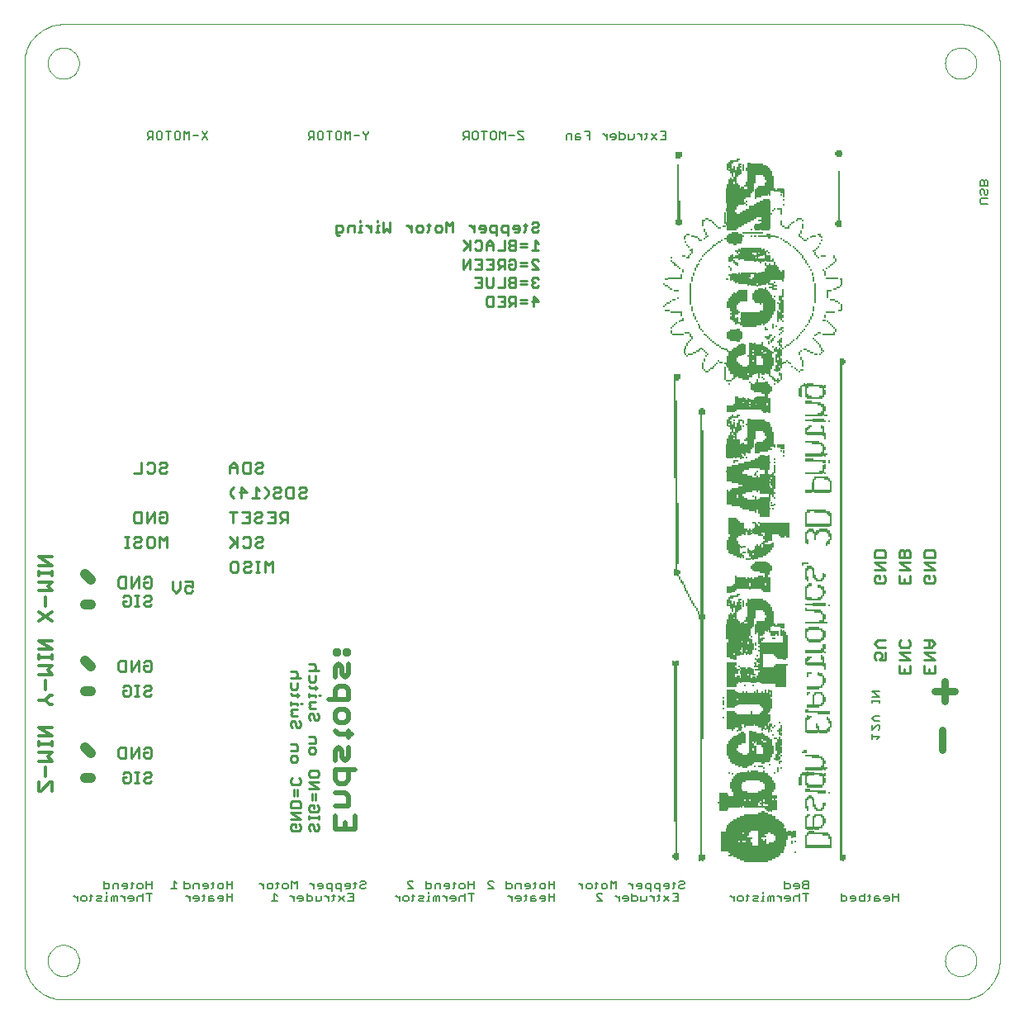
<source format=gbo>
G75*
G70*
%OFA0B0*%
%FSLAX24Y24*%
%IPPOS*%
%LPD*%
%AMOC8*
5,1,8,0,0,1.08239X$1,22.5*
%
%ADD10C,0.0130*%
%ADD11C,0.0080*%
%ADD12C,0.0110*%
%ADD13C,0.0300*%
%ADD14C,0.0400*%
%ADD15C,0.0100*%
%ADD16C,0.0200*%
%ADD17R,0.0063X0.0063*%
%ADD18R,0.0063X0.0126*%
%ADD19R,0.0063X0.0189*%
%ADD20R,0.0063X0.0252*%
%ADD21R,0.0063X0.6488*%
%ADD22R,0.0063X0.4220*%
%ADD23R,0.0063X0.8063*%
%ADD24R,0.0063X0.7055*%
%ADD25R,0.0063X0.0315*%
%ADD26R,0.0063X0.2457*%
%ADD27R,0.0063X0.1008*%
%ADD28R,0.0063X0.0882*%
%ADD29R,0.0063X1.8268*%
%ADD30R,0.0063X1.2472*%
%ADD31R,0.0063X0.0756*%
%ADD32R,0.0063X0.0819*%
%ADD33R,0.0063X0.0567*%
%ADD34R,0.0063X0.0504*%
%ADD35R,0.0063X0.0945*%
%ADD36R,0.0063X0.0630*%
%ADD37R,0.0063X0.1071*%
%ADD38R,0.0063X0.0441*%
%ADD39R,0.0063X0.1890*%
%ADD40R,0.0063X0.1197*%
%ADD41R,0.0063X0.1764*%
%ADD42R,0.0063X0.0693*%
%ADD43R,0.0063X0.0378*%
%ADD44R,0.0063X0.2079*%
%ADD45R,0.0063X0.1386*%
%ADD46R,0.0063X0.1512*%
%ADD47R,0.0063X0.2142*%
%ADD48R,0.0063X0.1449*%
%ADD49R,0.0063X0.1827*%
%ADD50R,0.0063X0.1575*%
%ADD51R,0.0063X0.1260*%
%ADD52R,0.0063X0.1134*%
%ADD53R,0.0063X0.1323*%
%ADD54R,0.0063X0.2205*%
%ADD55R,0.0063X0.1638*%
%ADD56R,0.0063X0.1701*%
%ADD57R,0.0063X0.1953*%
%ADD58R,0.0063X0.2016*%
%ADD59R,0.0063X0.2268*%
%ADD60R,0.0063X2.0283*%
%ADD61C,0.0000*%
D10*
X005221Y011830D02*
X005221Y012183D01*
X005221Y011830D02*
X005309Y011830D01*
X005663Y012183D01*
X005751Y012183D01*
X005751Y011830D01*
X005486Y012437D02*
X005486Y012791D01*
X005751Y013045D02*
X005574Y013222D01*
X005751Y013399D01*
X005221Y013399D01*
X005221Y013653D02*
X005221Y013830D01*
X005221Y013741D02*
X005751Y013741D01*
X005751Y013653D02*
X005751Y013830D01*
X005751Y014058D02*
X005221Y014412D01*
X005751Y014412D01*
X005751Y014058D02*
X005221Y014058D01*
X005221Y013045D02*
X005751Y013045D01*
X005751Y015330D02*
X005663Y015330D01*
X005486Y015506D01*
X005221Y015506D01*
X005486Y015506D02*
X005663Y015683D01*
X005751Y015683D01*
X005486Y015937D02*
X005486Y016291D01*
X005221Y016545D02*
X005751Y016545D01*
X005574Y016722D01*
X005751Y016899D01*
X005221Y016899D01*
X005221Y017153D02*
X005221Y017330D01*
X005221Y017241D02*
X005751Y017241D01*
X005751Y017153D02*
X005751Y017330D01*
X005751Y017558D02*
X005221Y017912D01*
X005751Y017912D01*
X005751Y017558D02*
X005221Y017558D01*
X005221Y018705D02*
X005751Y019058D01*
X005751Y018705D02*
X005221Y019058D01*
X005486Y019312D02*
X005486Y019666D01*
X005751Y019920D02*
X005574Y020097D01*
X005751Y020274D01*
X005221Y020274D01*
X005221Y020528D02*
X005221Y020705D01*
X005221Y020616D02*
X005751Y020616D01*
X005751Y020528D02*
X005751Y020705D01*
X005751Y020933D02*
X005221Y021287D01*
X005751Y021287D01*
X005751Y020933D02*
X005221Y020933D01*
X005221Y019920D02*
X005751Y019920D01*
D11*
X007843Y008211D02*
X007843Y007891D01*
X008004Y007891D01*
X008057Y007944D01*
X008057Y008051D01*
X008004Y008104D01*
X007843Y008104D01*
X007942Y007764D02*
X007942Y007711D01*
X007942Y007604D02*
X007942Y007391D01*
X007889Y007391D02*
X007996Y007391D01*
X008150Y007391D02*
X008150Y007551D01*
X008204Y007604D01*
X008257Y007551D01*
X008257Y007391D01*
X008364Y007391D02*
X008364Y007604D01*
X008310Y007604D01*
X008257Y007551D01*
X008511Y007604D02*
X008564Y007604D01*
X008671Y007497D01*
X008671Y007391D02*
X008671Y007604D01*
X008826Y007551D02*
X008826Y007497D01*
X009039Y007497D01*
X009039Y007444D02*
X009039Y007551D01*
X008986Y007604D01*
X008879Y007604D01*
X008826Y007551D01*
X008879Y007391D02*
X008986Y007391D01*
X009039Y007444D01*
X009194Y007391D02*
X009194Y007551D01*
X009247Y007604D01*
X009354Y007604D01*
X009407Y007551D01*
X009407Y007711D02*
X009407Y007391D01*
X009669Y007391D02*
X009669Y007711D01*
X009776Y007711D02*
X009562Y007711D01*
X009562Y007891D02*
X009562Y008211D01*
X009562Y008051D02*
X009776Y008051D01*
X009776Y007891D02*
X009776Y008211D01*
X009407Y008051D02*
X009407Y007944D01*
X009354Y007891D01*
X009247Y007891D01*
X009194Y007944D01*
X009194Y008051D01*
X009247Y008104D01*
X009354Y008104D01*
X009407Y008051D01*
X009039Y008104D02*
X008932Y008104D01*
X008986Y008158D02*
X008986Y007944D01*
X008932Y007891D01*
X008794Y007944D02*
X008794Y008051D01*
X008740Y008104D01*
X008633Y008104D01*
X008580Y008051D01*
X008580Y007997D01*
X008794Y007997D01*
X008794Y007944D02*
X008740Y007891D01*
X008633Y007891D01*
X008425Y007891D02*
X008425Y008104D01*
X008265Y008104D01*
X008212Y008051D01*
X008212Y007891D01*
X007996Y007604D02*
X007942Y007604D01*
X007750Y007551D02*
X007697Y007604D01*
X007537Y007604D01*
X007590Y007497D02*
X007697Y007497D01*
X007750Y007551D01*
X007750Y007391D02*
X007590Y007391D01*
X007537Y007444D01*
X007590Y007497D01*
X007382Y007604D02*
X007275Y007604D01*
X007328Y007658D02*
X007328Y007444D01*
X007275Y007391D01*
X007136Y007444D02*
X007083Y007391D01*
X006976Y007391D01*
X006923Y007444D01*
X006923Y007551D01*
X006976Y007604D01*
X007083Y007604D01*
X007136Y007551D01*
X007136Y007444D01*
X006768Y007391D02*
X006768Y007604D01*
X006768Y007497D02*
X006661Y007604D01*
X006608Y007604D01*
X010562Y007891D02*
X010776Y007891D01*
X010669Y007891D02*
X010669Y008211D01*
X010776Y008104D01*
X011093Y008104D02*
X011254Y008104D01*
X011307Y008051D01*
X011307Y007944D01*
X011254Y007891D01*
X011093Y007891D01*
X011093Y008211D01*
X011462Y008051D02*
X011462Y007891D01*
X011462Y008051D02*
X011515Y008104D01*
X011675Y008104D01*
X011675Y007891D01*
X011830Y007997D02*
X012044Y007997D01*
X012044Y007944D02*
X012044Y008051D01*
X011990Y008104D01*
X011883Y008104D01*
X011830Y008051D01*
X011830Y007997D01*
X011883Y007891D02*
X011990Y007891D01*
X012044Y007944D01*
X012182Y007891D02*
X012236Y007944D01*
X012236Y008158D01*
X012289Y008104D02*
X012182Y008104D01*
X012444Y008051D02*
X012497Y008104D01*
X012604Y008104D01*
X012657Y008051D01*
X012657Y007944D01*
X012604Y007891D01*
X012497Y007891D01*
X012444Y007944D01*
X012444Y008051D01*
X012812Y008051D02*
X013026Y008051D01*
X013026Y007891D02*
X013026Y008211D01*
X012812Y008211D02*
X012812Y007891D01*
X012812Y007711D02*
X012812Y007391D01*
X012812Y007551D02*
X013026Y007551D01*
X013026Y007391D02*
X013026Y007711D01*
X012657Y007551D02*
X012604Y007604D01*
X012497Y007604D01*
X012444Y007551D01*
X012444Y007497D01*
X012657Y007497D01*
X012657Y007444D02*
X012657Y007551D01*
X012657Y007444D02*
X012604Y007391D01*
X012497Y007391D01*
X012289Y007444D02*
X012236Y007497D01*
X012076Y007497D01*
X012076Y007551D02*
X012076Y007391D01*
X012236Y007391D01*
X012289Y007444D01*
X012236Y007604D02*
X012129Y007604D01*
X012076Y007551D01*
X011921Y007604D02*
X011814Y007604D01*
X011867Y007658D02*
X011867Y007444D01*
X011814Y007391D01*
X011675Y007444D02*
X011675Y007551D01*
X011622Y007604D01*
X011515Y007604D01*
X011462Y007551D01*
X011462Y007497D01*
X011675Y007497D01*
X011675Y007444D02*
X011622Y007391D01*
X011515Y007391D01*
X011307Y007391D02*
X011307Y007604D01*
X011307Y007497D02*
X011200Y007604D01*
X011147Y007604D01*
X014128Y008104D02*
X014181Y008104D01*
X014288Y007997D01*
X014288Y007891D02*
X014288Y008104D01*
X014443Y008051D02*
X014496Y008104D01*
X014603Y008104D01*
X014656Y008051D01*
X014656Y007944D01*
X014603Y007891D01*
X014496Y007891D01*
X014443Y007944D01*
X014443Y008051D01*
X014795Y008104D02*
X014902Y008104D01*
X014848Y008158D02*
X014848Y007944D01*
X014795Y007891D01*
X014725Y007711D02*
X014725Y007391D01*
X014831Y007391D02*
X014618Y007391D01*
X014831Y007604D02*
X014725Y007711D01*
X015057Y007944D02*
X015057Y008051D01*
X015110Y008104D01*
X015217Y008104D01*
X015270Y008051D01*
X015270Y007944D01*
X015217Y007891D01*
X015110Y007891D01*
X015057Y007944D01*
X015425Y007891D02*
X015425Y008211D01*
X015532Y008104D01*
X015638Y008211D01*
X015638Y007891D01*
X015715Y007604D02*
X015662Y007551D01*
X015662Y007497D01*
X015875Y007497D01*
X015875Y007444D02*
X015875Y007551D01*
X015822Y007604D01*
X015715Y007604D01*
X015507Y007604D02*
X015507Y007391D01*
X015507Y007497D02*
X015400Y007604D01*
X015347Y007604D01*
X015715Y007391D02*
X015822Y007391D01*
X015875Y007444D01*
X016030Y007391D02*
X016190Y007391D01*
X016243Y007444D01*
X016243Y007551D01*
X016190Y007604D01*
X016030Y007604D01*
X016030Y007711D02*
X016030Y007391D01*
X016398Y007391D02*
X016398Y007604D01*
X016398Y007391D02*
X016558Y007391D01*
X016612Y007444D01*
X016612Y007604D01*
X016758Y007604D02*
X016812Y007604D01*
X016919Y007497D01*
X016919Y007391D02*
X016919Y007604D01*
X017057Y007604D02*
X017164Y007604D01*
X017111Y007658D02*
X017111Y007444D01*
X017057Y007391D01*
X017319Y007391D02*
X017532Y007604D01*
X017687Y007711D02*
X017901Y007711D01*
X017901Y007391D01*
X017687Y007391D01*
X017532Y007391D02*
X017319Y007604D01*
X017419Y007784D02*
X017419Y008104D01*
X017258Y008104D01*
X017205Y008051D01*
X017205Y007944D01*
X017258Y007891D01*
X017419Y007891D01*
X017573Y007997D02*
X017787Y007997D01*
X017787Y007944D02*
X017787Y008051D01*
X017734Y008104D01*
X017627Y008104D01*
X017573Y008051D01*
X017573Y007997D01*
X017627Y007891D02*
X017734Y007891D01*
X017787Y007944D01*
X017926Y007891D02*
X017979Y007944D01*
X017979Y008158D01*
X018032Y008104D02*
X017926Y008104D01*
X018187Y008158D02*
X018241Y008211D01*
X018347Y008211D01*
X018401Y008158D01*
X018401Y008104D01*
X018347Y008051D01*
X018241Y008051D01*
X018187Y007997D01*
X018187Y007944D01*
X018241Y007891D01*
X018347Y007891D01*
X018401Y007944D01*
X017901Y007551D02*
X017794Y007551D01*
X017050Y007784D02*
X017050Y008104D01*
X016890Y008104D01*
X016837Y008051D01*
X016837Y007944D01*
X016890Y007891D01*
X017050Y007891D01*
X016682Y007944D02*
X016682Y008051D01*
X016629Y008104D01*
X016522Y008104D01*
X016468Y008051D01*
X016468Y007997D01*
X016682Y007997D01*
X016682Y007944D02*
X016629Y007891D01*
X016522Y007891D01*
X016314Y007891D02*
X016314Y008104D01*
X016314Y007997D02*
X016207Y008104D01*
X016153Y008104D01*
X019608Y007604D02*
X019661Y007604D01*
X019768Y007497D01*
X019768Y007391D02*
X019768Y007604D01*
X019923Y007551D02*
X019976Y007604D01*
X020083Y007604D01*
X020136Y007551D01*
X020136Y007444D01*
X020083Y007391D01*
X019976Y007391D01*
X019923Y007444D01*
X019923Y007551D01*
X020275Y007604D02*
X020382Y007604D01*
X020328Y007658D02*
X020328Y007444D01*
X020275Y007391D01*
X020537Y007444D02*
X020590Y007497D01*
X020697Y007497D01*
X020750Y007551D01*
X020697Y007604D01*
X020537Y007604D01*
X020537Y007444D02*
X020590Y007391D01*
X020750Y007391D01*
X020889Y007391D02*
X020996Y007391D01*
X020942Y007391D02*
X020942Y007604D01*
X020996Y007604D01*
X020942Y007711D02*
X020942Y007764D01*
X021004Y007891D02*
X020843Y007891D01*
X020843Y008211D01*
X020843Y008104D02*
X021004Y008104D01*
X021057Y008051D01*
X021057Y007944D01*
X021004Y007891D01*
X021212Y007891D02*
X021212Y008051D01*
X021265Y008104D01*
X021425Y008104D01*
X021425Y007891D01*
X021580Y007997D02*
X021794Y007997D01*
X021794Y007944D02*
X021794Y008051D01*
X021740Y008104D01*
X021633Y008104D01*
X021580Y008051D01*
X021580Y007997D01*
X021633Y007891D02*
X021740Y007891D01*
X021794Y007944D01*
X021932Y007891D02*
X021986Y007944D01*
X021986Y008158D01*
X022039Y008104D02*
X021932Y008104D01*
X022194Y008051D02*
X022247Y008104D01*
X022354Y008104D01*
X022407Y008051D01*
X022407Y007944D01*
X022354Y007891D01*
X022247Y007891D01*
X022194Y007944D01*
X022194Y008051D01*
X022562Y008051D02*
X022776Y008051D01*
X022776Y007891D02*
X022776Y008211D01*
X022562Y008211D02*
X022562Y007891D01*
X022562Y007711D02*
X022776Y007711D01*
X022669Y007711D02*
X022669Y007391D01*
X022407Y007391D02*
X022407Y007711D01*
X022354Y007604D02*
X022247Y007604D01*
X022194Y007551D01*
X022194Y007391D01*
X022039Y007444D02*
X022039Y007551D01*
X021986Y007604D01*
X021879Y007604D01*
X021826Y007551D01*
X021826Y007497D01*
X022039Y007497D01*
X022039Y007444D02*
X021986Y007391D01*
X021879Y007391D01*
X021671Y007391D02*
X021671Y007604D01*
X021671Y007497D02*
X021564Y007604D01*
X021511Y007604D01*
X021364Y007604D02*
X021310Y007604D01*
X021257Y007551D01*
X021204Y007604D01*
X021150Y007551D01*
X021150Y007391D01*
X021257Y007391D02*
X021257Y007551D01*
X021364Y007604D02*
X021364Y007391D01*
X022354Y007604D02*
X022407Y007551D01*
X023357Y007891D02*
X023570Y007891D01*
X023357Y008104D01*
X023357Y008158D01*
X023410Y008211D01*
X023517Y008211D01*
X023570Y008158D01*
X024093Y008211D02*
X024093Y007891D01*
X024254Y007891D01*
X024307Y007944D01*
X024307Y008051D01*
X024254Y008104D01*
X024093Y008104D01*
X024462Y008051D02*
X024462Y007891D01*
X024462Y008051D02*
X024515Y008104D01*
X024675Y008104D01*
X024675Y007891D01*
X024830Y007997D02*
X025044Y007997D01*
X025044Y007944D02*
X025044Y008051D01*
X024990Y008104D01*
X024883Y008104D01*
X024830Y008051D01*
X024830Y007997D01*
X024883Y007891D02*
X024990Y007891D01*
X025044Y007944D01*
X025182Y007891D02*
X025236Y007944D01*
X025236Y008158D01*
X025289Y008104D02*
X025182Y008104D01*
X025444Y008051D02*
X025497Y008104D01*
X025604Y008104D01*
X025657Y008051D01*
X025657Y007944D01*
X025604Y007891D01*
X025497Y007891D01*
X025444Y007944D01*
X025444Y008051D01*
X025812Y008051D02*
X026026Y008051D01*
X026026Y007891D02*
X026026Y008211D01*
X025812Y008211D02*
X025812Y007891D01*
X025812Y007711D02*
X025812Y007391D01*
X025812Y007551D02*
X026026Y007551D01*
X026026Y007391D02*
X026026Y007711D01*
X025657Y007551D02*
X025604Y007604D01*
X025497Y007604D01*
X025444Y007551D01*
X025444Y007497D01*
X025657Y007497D01*
X025657Y007444D02*
X025657Y007551D01*
X025657Y007444D02*
X025604Y007391D01*
X025497Y007391D01*
X025289Y007444D02*
X025236Y007497D01*
X025076Y007497D01*
X025076Y007551D02*
X025076Y007391D01*
X025236Y007391D01*
X025289Y007444D01*
X025236Y007604D02*
X025129Y007604D01*
X025076Y007551D01*
X024921Y007604D02*
X024814Y007604D01*
X024867Y007658D02*
X024867Y007444D01*
X024814Y007391D01*
X024675Y007444D02*
X024675Y007551D01*
X024622Y007604D01*
X024515Y007604D01*
X024462Y007551D01*
X024462Y007497D01*
X024675Y007497D01*
X024675Y007444D02*
X024622Y007391D01*
X024515Y007391D01*
X024307Y007391D02*
X024307Y007604D01*
X024307Y007497D02*
X024200Y007604D01*
X024147Y007604D01*
X027003Y008104D02*
X027056Y008104D01*
X027163Y007997D01*
X027163Y007891D02*
X027163Y008104D01*
X027318Y008051D02*
X027371Y008104D01*
X027478Y008104D01*
X027531Y008051D01*
X027531Y007944D01*
X027478Y007891D01*
X027371Y007891D01*
X027318Y007944D01*
X027318Y008051D01*
X027670Y008104D02*
X027777Y008104D01*
X027723Y008158D02*
X027723Y007944D01*
X027670Y007891D01*
X027796Y007711D02*
X027903Y007711D01*
X027956Y007658D01*
X027796Y007711D02*
X027743Y007658D01*
X027743Y007604D01*
X027956Y007391D01*
X027743Y007391D01*
X027985Y007891D02*
X027932Y007944D01*
X027932Y008051D01*
X027985Y008104D01*
X028092Y008104D01*
X028145Y008051D01*
X028145Y007944D01*
X028092Y007891D01*
X027985Y007891D01*
X028300Y007891D02*
X028300Y008211D01*
X028407Y008104D01*
X028513Y008211D01*
X028513Y007891D01*
X028525Y007604D02*
X028472Y007604D01*
X028525Y007604D02*
X028632Y007497D01*
X028632Y007391D02*
X028632Y007604D01*
X028787Y007551D02*
X028787Y007497D01*
X029000Y007497D01*
X029000Y007444D02*
X029000Y007551D01*
X028947Y007604D01*
X028840Y007604D01*
X028787Y007551D01*
X028840Y007391D02*
X028947Y007391D01*
X029000Y007444D01*
X029155Y007391D02*
X029315Y007391D01*
X029368Y007444D01*
X029368Y007551D01*
X029315Y007604D01*
X029155Y007604D01*
X029155Y007711D02*
X029155Y007391D01*
X029523Y007391D02*
X029523Y007604D01*
X029523Y007391D02*
X029683Y007391D01*
X029737Y007444D01*
X029737Y007604D01*
X029883Y007604D02*
X029937Y007604D01*
X030044Y007497D01*
X030044Y007391D02*
X030044Y007604D01*
X030182Y007604D02*
X030289Y007604D01*
X030236Y007658D02*
X030236Y007444D01*
X030182Y007391D01*
X030444Y007391D02*
X030657Y007604D01*
X030812Y007711D02*
X031026Y007711D01*
X031026Y007391D01*
X030812Y007391D01*
X030657Y007391D02*
X030444Y007604D01*
X030294Y007784D02*
X030294Y008104D01*
X030133Y008104D01*
X030080Y008051D01*
X030080Y007944D01*
X030133Y007891D01*
X030294Y007891D01*
X030448Y007997D02*
X030662Y007997D01*
X030662Y007944D02*
X030662Y008051D01*
X030609Y008104D01*
X030502Y008104D01*
X030448Y008051D01*
X030448Y007997D01*
X030502Y007891D02*
X030609Y007891D01*
X030662Y007944D01*
X030801Y007891D02*
X030854Y007944D01*
X030854Y008158D01*
X030907Y008104D02*
X030801Y008104D01*
X031062Y008158D02*
X031116Y008211D01*
X031222Y008211D01*
X031276Y008158D01*
X031276Y008104D01*
X031222Y008051D01*
X031116Y008051D01*
X031062Y007997D01*
X031062Y007944D01*
X031116Y007891D01*
X031222Y007891D01*
X031276Y007944D01*
X031026Y007551D02*
X030919Y007551D01*
X029925Y007784D02*
X029925Y008104D01*
X029765Y008104D01*
X029712Y008051D01*
X029712Y007944D01*
X029765Y007891D01*
X029925Y007891D01*
X029557Y007944D02*
X029557Y008051D01*
X029504Y008104D01*
X029397Y008104D01*
X029343Y008051D01*
X029343Y007997D01*
X029557Y007997D01*
X029557Y007944D02*
X029504Y007891D01*
X029397Y007891D01*
X029189Y007891D02*
X029189Y008104D01*
X029189Y007997D02*
X029082Y008104D01*
X029028Y008104D01*
X033108Y007604D02*
X033161Y007604D01*
X033268Y007497D01*
X033268Y007391D02*
X033268Y007604D01*
X033423Y007551D02*
X033476Y007604D01*
X033583Y007604D01*
X033636Y007551D01*
X033636Y007444D01*
X033583Y007391D01*
X033476Y007391D01*
X033423Y007444D01*
X033423Y007551D01*
X033775Y007604D02*
X033882Y007604D01*
X033828Y007658D02*
X033828Y007444D01*
X033775Y007391D01*
X034037Y007444D02*
X034090Y007497D01*
X034197Y007497D01*
X034250Y007551D01*
X034197Y007604D01*
X034037Y007604D01*
X034037Y007444D02*
X034090Y007391D01*
X034250Y007391D01*
X034389Y007391D02*
X034496Y007391D01*
X034442Y007391D02*
X034442Y007604D01*
X034496Y007604D01*
X034442Y007711D02*
X034442Y007764D01*
X034650Y007551D02*
X034650Y007391D01*
X034757Y007391D02*
X034757Y007551D01*
X034704Y007604D01*
X034650Y007551D01*
X034757Y007551D02*
X034810Y007604D01*
X034864Y007604D01*
X034864Y007391D01*
X035011Y007604D02*
X035064Y007604D01*
X035171Y007497D01*
X035171Y007391D02*
X035171Y007604D01*
X035326Y007551D02*
X035326Y007497D01*
X035539Y007497D01*
X035539Y007444D02*
X035539Y007551D01*
X035486Y007604D01*
X035379Y007604D01*
X035326Y007551D01*
X035379Y007391D02*
X035486Y007391D01*
X035539Y007444D01*
X035694Y007391D02*
X035694Y007551D01*
X035747Y007604D01*
X035854Y007604D01*
X035907Y007551D01*
X035907Y007711D02*
X035907Y007391D01*
X036169Y007391D02*
X036169Y007711D01*
X036276Y007711D02*
X036062Y007711D01*
X036116Y007891D02*
X036062Y007944D01*
X036062Y007997D01*
X036116Y008051D01*
X036276Y008051D01*
X036276Y007891D02*
X036276Y008211D01*
X036116Y008211D01*
X036062Y008158D01*
X036062Y008104D01*
X036116Y008051D01*
X036116Y007891D02*
X036276Y007891D01*
X035907Y007944D02*
X035907Y008051D01*
X035854Y008104D01*
X035747Y008104D01*
X035694Y008051D01*
X035694Y007997D01*
X035907Y007997D01*
X035907Y007944D02*
X035854Y007891D01*
X035747Y007891D01*
X035539Y007944D02*
X035539Y008051D01*
X035486Y008104D01*
X035326Y008104D01*
X035326Y008211D02*
X035326Y007891D01*
X035486Y007891D01*
X035539Y007944D01*
X037600Y007711D02*
X037600Y007391D01*
X037760Y007391D01*
X037814Y007444D01*
X037814Y007551D01*
X037760Y007604D01*
X037600Y007604D01*
X037968Y007551D02*
X037968Y007497D01*
X038182Y007497D01*
X038182Y007444D02*
X038182Y007551D01*
X038129Y007604D01*
X038022Y007604D01*
X037968Y007551D01*
X038022Y007391D02*
X038129Y007391D01*
X038182Y007444D01*
X038337Y007444D02*
X038337Y007551D01*
X038390Y007604D01*
X038550Y007604D01*
X038550Y007711D02*
X038550Y007391D01*
X038390Y007391D01*
X038337Y007444D01*
X038689Y007391D02*
X038742Y007444D01*
X038742Y007658D01*
X038689Y007604D02*
X038796Y007604D01*
X038951Y007551D02*
X038951Y007391D01*
X039111Y007391D01*
X039164Y007444D01*
X039111Y007497D01*
X038951Y007497D01*
X038951Y007551D02*
X039004Y007604D01*
X039111Y007604D01*
X039319Y007551D02*
X039319Y007497D01*
X039532Y007497D01*
X039532Y007444D02*
X039532Y007551D01*
X039479Y007604D01*
X039372Y007604D01*
X039319Y007551D01*
X039372Y007391D02*
X039479Y007391D01*
X039532Y007444D01*
X039687Y007391D02*
X039687Y007711D01*
X039687Y007551D02*
X039901Y007551D01*
X039901Y007391D02*
X039901Y007711D01*
X039044Y013929D02*
X039151Y014035D01*
X038831Y014035D01*
X038831Y013929D02*
X038831Y014142D01*
X038831Y014297D02*
X039044Y014510D01*
X039098Y014510D01*
X039151Y014457D01*
X039151Y014350D01*
X039098Y014297D01*
X038831Y014297D02*
X038831Y014510D01*
X038938Y014665D02*
X038831Y014772D01*
X038938Y014879D01*
X039151Y014879D01*
X039151Y014665D02*
X038938Y014665D01*
X038831Y015402D02*
X038831Y015509D01*
X038831Y015455D02*
X039151Y015455D01*
X039151Y015402D02*
X039151Y015509D01*
X039151Y015647D02*
X038831Y015861D01*
X039151Y015861D01*
X039151Y015647D02*
X038831Y015647D01*
X020320Y008158D02*
X020267Y008211D01*
X020160Y008211D01*
X020107Y008158D01*
X020107Y008104D01*
X020320Y007891D01*
X020107Y007891D01*
X043259Y035536D02*
X043206Y035589D01*
X043206Y035696D01*
X043259Y035749D01*
X043526Y035749D01*
X043473Y035904D02*
X043419Y035904D01*
X043366Y035957D01*
X043366Y036064D01*
X043313Y036118D01*
X043259Y036118D01*
X043206Y036064D01*
X043206Y035957D01*
X043259Y035904D01*
X043473Y035904D02*
X043526Y035957D01*
X043526Y036064D01*
X043473Y036118D01*
X043526Y036272D02*
X043526Y036432D01*
X043473Y036486D01*
X043419Y036486D01*
X043366Y036432D01*
X043366Y036272D01*
X043206Y036272D02*
X043526Y036272D01*
X043366Y036432D02*
X043313Y036486D01*
X043259Y036486D01*
X043206Y036432D01*
X043206Y036272D01*
X043259Y035536D02*
X043526Y035536D01*
X030526Y038141D02*
X030312Y038141D01*
X030157Y038141D02*
X029944Y038354D01*
X029789Y038354D02*
X029682Y038354D01*
X029736Y038408D02*
X029736Y038194D01*
X029682Y038141D01*
X029544Y038141D02*
X029544Y038354D01*
X029544Y038247D02*
X029437Y038354D01*
X029383Y038354D01*
X029237Y038354D02*
X029237Y038194D01*
X029183Y038141D01*
X029023Y038141D01*
X029023Y038354D01*
X028868Y038301D02*
X028815Y038354D01*
X028655Y038354D01*
X028655Y038461D02*
X028655Y038141D01*
X028815Y038141D01*
X028868Y038194D01*
X028868Y038301D01*
X028500Y038301D02*
X028447Y038354D01*
X028340Y038354D01*
X028287Y038301D01*
X028287Y038247D01*
X028500Y038247D01*
X028500Y038194D02*
X028500Y038301D01*
X028500Y038194D02*
X028447Y038141D01*
X028340Y038141D01*
X028132Y038141D02*
X028132Y038354D01*
X028132Y038247D02*
X028025Y038354D01*
X027972Y038354D01*
X027456Y038301D02*
X027350Y038301D01*
X027456Y038461D02*
X027243Y038461D01*
X027456Y038461D02*
X027456Y038141D01*
X027088Y038194D02*
X027035Y038247D01*
X026875Y038247D01*
X026875Y038301D02*
X026875Y038141D01*
X027035Y038141D01*
X027088Y038194D01*
X027035Y038354D02*
X026928Y038354D01*
X026875Y038301D01*
X026720Y038354D02*
X026560Y038354D01*
X026506Y038301D01*
X026506Y038141D01*
X026720Y038141D02*
X026720Y038354D01*
X024776Y038461D02*
X024562Y038461D01*
X024562Y038408D01*
X024776Y038194D01*
X024776Y038141D01*
X024562Y038141D01*
X024407Y038301D02*
X024194Y038301D01*
X024039Y038461D02*
X023932Y038354D01*
X023826Y038461D01*
X023826Y038141D01*
X023671Y038194D02*
X023617Y038141D01*
X023511Y038141D01*
X023457Y038194D01*
X023457Y038408D01*
X023511Y038461D01*
X023617Y038461D01*
X023671Y038408D01*
X023671Y038194D01*
X024039Y038141D02*
X024039Y038461D01*
X023302Y038461D02*
X023089Y038461D01*
X023196Y038461D02*
X023196Y038141D01*
X022934Y038194D02*
X022881Y038141D01*
X022774Y038141D01*
X022721Y038194D01*
X022721Y038408D01*
X022774Y038461D01*
X022881Y038461D01*
X022934Y038408D01*
X022934Y038194D01*
X022566Y038141D02*
X022566Y038461D01*
X022406Y038461D01*
X022352Y038408D01*
X022352Y038301D01*
X022406Y038247D01*
X022566Y038247D01*
X022459Y038247D02*
X022352Y038141D01*
X018526Y038408D02*
X018419Y038301D01*
X018419Y038141D01*
X018419Y038301D02*
X018312Y038408D01*
X018312Y038461D01*
X018526Y038461D02*
X018526Y038408D01*
X018157Y038301D02*
X017944Y038301D01*
X017789Y038461D02*
X017682Y038354D01*
X017576Y038461D01*
X017576Y038141D01*
X017421Y038194D02*
X017367Y038141D01*
X017261Y038141D01*
X017207Y038194D01*
X017207Y038408D01*
X017261Y038461D01*
X017367Y038461D01*
X017421Y038408D01*
X017421Y038194D01*
X017789Y038141D02*
X017789Y038461D01*
X017052Y038461D02*
X016839Y038461D01*
X016946Y038461D02*
X016946Y038141D01*
X016684Y038194D02*
X016631Y038141D01*
X016524Y038141D01*
X016471Y038194D01*
X016471Y038408D01*
X016524Y038461D01*
X016631Y038461D01*
X016684Y038408D01*
X016684Y038194D01*
X016316Y038141D02*
X016316Y038461D01*
X016156Y038461D01*
X016102Y038408D01*
X016102Y038301D01*
X016156Y038247D01*
X016316Y038247D01*
X016209Y038247D02*
X016102Y038141D01*
X012026Y038141D02*
X011812Y038461D01*
X012026Y038461D02*
X011812Y038141D01*
X011657Y038301D02*
X011444Y038301D01*
X011289Y038461D02*
X011182Y038354D01*
X011076Y038461D01*
X011076Y038141D01*
X010921Y038194D02*
X010867Y038141D01*
X010761Y038141D01*
X010707Y038194D01*
X010707Y038408D01*
X010761Y038461D01*
X010867Y038461D01*
X010921Y038408D01*
X010921Y038194D01*
X011289Y038141D02*
X011289Y038461D01*
X010552Y038461D02*
X010339Y038461D01*
X010446Y038461D02*
X010446Y038141D01*
X010184Y038194D02*
X010131Y038141D01*
X010024Y038141D01*
X009971Y038194D01*
X009971Y038408D01*
X010024Y038461D01*
X010131Y038461D01*
X010184Y038408D01*
X010184Y038194D01*
X009816Y038141D02*
X009816Y038461D01*
X009656Y038461D01*
X009602Y038408D01*
X009602Y038301D01*
X009656Y038247D01*
X009816Y038247D01*
X009709Y038247D02*
X009602Y038141D01*
X029944Y038141D02*
X030157Y038354D01*
X030312Y038461D02*
X030526Y038461D01*
X030526Y038141D01*
X030526Y038301D02*
X030419Y038301D01*
D12*
X016011Y024031D02*
X015936Y024106D01*
X015786Y024106D01*
X015710Y024031D01*
X015786Y023881D02*
X015710Y023806D01*
X015710Y023731D01*
X015786Y023656D01*
X015936Y023656D01*
X016011Y023731D01*
X015936Y023881D02*
X015786Y023881D01*
X015936Y023881D02*
X016011Y023956D01*
X016011Y024031D01*
X015495Y024106D02*
X015270Y024106D01*
X015195Y024031D01*
X015195Y023731D01*
X015270Y023656D01*
X015495Y023656D01*
X015495Y024106D01*
X014979Y024031D02*
X014979Y023956D01*
X014904Y023881D01*
X014754Y023881D01*
X014679Y023806D01*
X014679Y023731D01*
X014754Y023656D01*
X014904Y023656D01*
X014979Y023731D01*
X014979Y024031D02*
X014904Y024106D01*
X014754Y024106D01*
X014679Y024031D01*
X014464Y023956D02*
X014314Y024106D01*
X014464Y023956D02*
X014464Y023806D01*
X014314Y023656D01*
X014120Y023656D02*
X013820Y023656D01*
X013970Y023656D02*
X013970Y024106D01*
X014120Y023956D01*
X013604Y023881D02*
X013379Y024106D01*
X013379Y023656D01*
X013304Y023881D02*
X013604Y023881D01*
X013089Y024106D02*
X012939Y023956D01*
X012939Y023806D01*
X013089Y023656D01*
X013048Y023106D02*
X013048Y022656D01*
X013414Y022656D02*
X013714Y022656D01*
X013714Y023106D01*
X013414Y023106D01*
X013198Y023106D02*
X012898Y023106D01*
X013564Y022881D02*
X013714Y022881D01*
X013929Y022806D02*
X013929Y022731D01*
X014004Y022656D01*
X014154Y022656D01*
X014229Y022731D01*
X014154Y022881D02*
X014004Y022881D01*
X013929Y022806D01*
X013929Y023031D02*
X014004Y023106D01*
X014154Y023106D01*
X014229Y023031D01*
X014229Y022956D01*
X014154Y022881D01*
X014445Y023106D02*
X014745Y023106D01*
X014745Y022656D01*
X014445Y022656D01*
X014595Y022881D02*
X014745Y022881D01*
X014960Y022881D02*
X015036Y022806D01*
X015261Y022806D01*
X015261Y022656D02*
X015261Y023106D01*
X015036Y023106D01*
X014960Y023031D01*
X014960Y022881D01*
X015111Y022806D02*
X014960Y022656D01*
X014261Y022031D02*
X014261Y021956D01*
X014186Y021881D01*
X014036Y021881D01*
X013960Y021806D01*
X013960Y021731D01*
X014036Y021656D01*
X014186Y021656D01*
X014261Y021731D01*
X014261Y022031D02*
X014186Y022106D01*
X014036Y022106D01*
X013960Y022031D01*
X013745Y022031D02*
X013745Y021731D01*
X013670Y021656D01*
X013520Y021656D01*
X013445Y021731D01*
X013229Y021806D02*
X012929Y022106D01*
X013229Y022106D02*
X013229Y021656D01*
X013154Y021881D02*
X012929Y021656D01*
X013036Y021106D02*
X012960Y021031D01*
X012960Y020731D01*
X013036Y020656D01*
X013186Y020656D01*
X013261Y020731D01*
X013261Y021031D01*
X013186Y021106D01*
X013036Y021106D01*
X013476Y021031D02*
X013551Y021106D01*
X013701Y021106D01*
X013776Y021031D01*
X013776Y020956D01*
X013701Y020881D01*
X013551Y020881D01*
X013476Y020806D01*
X013476Y020731D01*
X013551Y020656D01*
X013701Y020656D01*
X013776Y020731D01*
X013970Y020656D02*
X014120Y020656D01*
X014045Y020656D02*
X014045Y021106D01*
X014120Y021106D02*
X013970Y021106D01*
X014335Y021106D02*
X014335Y020656D01*
X014636Y020656D02*
X014636Y021106D01*
X014486Y020956D01*
X014335Y021106D01*
X013745Y022031D02*
X013670Y022106D01*
X013520Y022106D01*
X013445Y022031D01*
X011417Y020296D02*
X011417Y020071D01*
X011267Y020146D01*
X011192Y020146D01*
X011117Y020071D01*
X011117Y019921D01*
X011192Y019846D01*
X011342Y019846D01*
X011417Y019921D01*
X011417Y020296D02*
X011117Y020296D01*
X010901Y020296D02*
X010901Y019996D01*
X010751Y019846D01*
X010601Y019996D01*
X010601Y020296D01*
X009761Y020406D02*
X009761Y020106D01*
X009686Y020031D01*
X009536Y020031D01*
X009460Y020106D01*
X009460Y020256D01*
X009611Y020256D01*
X009761Y020406D02*
X009686Y020481D01*
X009536Y020481D01*
X009460Y020406D01*
X009245Y020481D02*
X008945Y020031D01*
X008945Y020481D01*
X008729Y020481D02*
X008729Y020031D01*
X008504Y020031D01*
X008429Y020106D01*
X008429Y020406D01*
X008504Y020481D01*
X008729Y020481D01*
X009245Y020481D02*
X009245Y020031D01*
X009245Y019731D02*
X009095Y019731D01*
X009170Y019731D02*
X009170Y019281D01*
X009245Y019281D02*
X009095Y019281D01*
X008901Y019356D02*
X008826Y019281D01*
X008676Y019281D01*
X008601Y019356D01*
X008601Y019506D01*
X008751Y019506D01*
X008601Y019656D02*
X008676Y019731D01*
X008826Y019731D01*
X008901Y019656D01*
X008901Y019356D01*
X009460Y019356D02*
X009536Y019281D01*
X009686Y019281D01*
X009761Y019356D01*
X009686Y019506D02*
X009761Y019581D01*
X009761Y019656D01*
X009686Y019731D01*
X009536Y019731D01*
X009460Y019656D01*
X009536Y019506D02*
X009460Y019431D01*
X009460Y019356D01*
X009536Y019506D02*
X009686Y019506D01*
X009645Y021656D02*
X009570Y021731D01*
X009570Y022031D01*
X009645Y022106D01*
X009795Y022106D01*
X009870Y022031D01*
X009870Y021731D01*
X009795Y021656D01*
X009645Y021656D01*
X009354Y021731D02*
X009279Y021656D01*
X009129Y021656D01*
X009054Y021731D01*
X009054Y021806D01*
X009129Y021881D01*
X009279Y021881D01*
X009354Y021956D01*
X009354Y022031D01*
X009279Y022106D01*
X009129Y022106D01*
X009054Y022031D01*
X008839Y022106D02*
X008689Y022106D01*
X008764Y022106D02*
X008764Y021656D01*
X008839Y021656D02*
X008689Y021656D01*
X009129Y022656D02*
X009054Y022731D01*
X009054Y023031D01*
X009129Y023106D01*
X009354Y023106D01*
X009354Y022656D01*
X009129Y022656D01*
X009570Y022656D02*
X009570Y023106D01*
X009870Y023106D02*
X009570Y022656D01*
X009870Y022656D02*
X009870Y023106D01*
X010085Y023031D02*
X010161Y023106D01*
X010311Y023106D01*
X010386Y023031D01*
X010386Y022731D01*
X010311Y022656D01*
X010161Y022656D01*
X010085Y022731D01*
X010085Y022881D01*
X010236Y022881D01*
X010386Y022106D02*
X010236Y021956D01*
X010085Y022106D01*
X010085Y021656D01*
X010386Y021656D02*
X010386Y022106D01*
X010311Y024656D02*
X010161Y024656D01*
X010085Y024731D01*
X010085Y024806D01*
X010161Y024881D01*
X010311Y024881D01*
X010386Y024956D01*
X010386Y025031D01*
X010311Y025106D01*
X010161Y025106D01*
X010085Y025031D01*
X009870Y025031D02*
X009870Y024731D01*
X009795Y024656D01*
X009645Y024656D01*
X009570Y024731D01*
X009354Y024656D02*
X009054Y024656D01*
X009354Y024656D02*
X009354Y025106D01*
X009570Y025031D02*
X009645Y025106D01*
X009795Y025106D01*
X009870Y025031D01*
X010311Y024656D02*
X010386Y024731D01*
X012929Y024656D02*
X012929Y024956D01*
X013079Y025106D01*
X013229Y024956D01*
X013229Y024656D01*
X013229Y024881D02*
X012929Y024881D01*
X013445Y025031D02*
X013520Y025106D01*
X013745Y025106D01*
X013745Y024656D01*
X013520Y024656D01*
X013445Y024731D01*
X013445Y025031D01*
X013960Y025031D02*
X014036Y025106D01*
X014186Y025106D01*
X014261Y025031D01*
X014261Y024956D01*
X014186Y024881D01*
X014036Y024881D01*
X013960Y024806D01*
X013960Y024731D01*
X014036Y024656D01*
X014186Y024656D01*
X014261Y024731D01*
X009686Y017106D02*
X009761Y017031D01*
X009761Y016731D01*
X009686Y016656D01*
X009536Y016656D01*
X009460Y016731D01*
X009460Y016881D01*
X009611Y016881D01*
X009460Y017031D02*
X009536Y017106D01*
X009686Y017106D01*
X009245Y017106D02*
X008945Y016656D01*
X008945Y017106D01*
X008729Y017106D02*
X008729Y016656D01*
X008504Y016656D01*
X008429Y016731D01*
X008429Y017031D01*
X008504Y017106D01*
X008729Y017106D01*
X009245Y017106D02*
X009245Y016656D01*
X009245Y016106D02*
X009095Y016106D01*
X009170Y016106D02*
X009170Y015656D01*
X009245Y015656D02*
X009095Y015656D01*
X008901Y015731D02*
X008826Y015656D01*
X008676Y015656D01*
X008601Y015731D01*
X008601Y015881D01*
X008751Y015881D01*
X008601Y016031D02*
X008676Y016106D01*
X008826Y016106D01*
X008901Y016031D01*
X008901Y015731D01*
X009460Y015731D02*
X009536Y015656D01*
X009686Y015656D01*
X009761Y015731D01*
X009686Y015881D02*
X009761Y015956D01*
X009761Y016031D01*
X009686Y016106D01*
X009536Y016106D01*
X009460Y016031D01*
X009536Y015881D02*
X009460Y015806D01*
X009460Y015731D01*
X009536Y015881D02*
X009686Y015881D01*
X009686Y013606D02*
X009761Y013531D01*
X009761Y013231D01*
X009686Y013156D01*
X009536Y013156D01*
X009460Y013231D01*
X009460Y013381D01*
X009611Y013381D01*
X009460Y013531D02*
X009536Y013606D01*
X009686Y013606D01*
X009245Y013606D02*
X008945Y013156D01*
X008945Y013606D01*
X008729Y013606D02*
X008729Y013156D01*
X008504Y013156D01*
X008429Y013231D01*
X008429Y013531D01*
X008504Y013606D01*
X008729Y013606D01*
X009245Y013606D02*
X009245Y013156D01*
X009245Y012606D02*
X009095Y012606D01*
X009170Y012606D02*
X009170Y012156D01*
X009245Y012156D02*
X009095Y012156D01*
X008901Y012231D02*
X008826Y012156D01*
X008676Y012156D01*
X008601Y012231D01*
X008601Y012381D01*
X008751Y012381D01*
X008601Y012531D02*
X008676Y012606D01*
X008826Y012606D01*
X008901Y012531D01*
X008901Y012231D01*
X009460Y012231D02*
X009460Y012306D01*
X009536Y012381D01*
X009686Y012381D01*
X009761Y012456D01*
X009761Y012531D01*
X009686Y012606D01*
X009536Y012606D01*
X009460Y012531D01*
X009460Y012231D02*
X009536Y012156D01*
X009686Y012156D01*
X009761Y012231D01*
X038936Y017199D02*
X039011Y017124D01*
X038936Y017199D02*
X038936Y017350D01*
X039011Y017425D01*
X039161Y017425D01*
X039236Y017350D01*
X039236Y017275D01*
X039161Y017124D01*
X039386Y017124D01*
X039386Y017425D01*
X039386Y017640D02*
X039086Y017640D01*
X038936Y017790D01*
X039086Y017940D01*
X039386Y017940D01*
X039936Y017865D02*
X040011Y017940D01*
X039936Y017865D02*
X039936Y017715D01*
X040011Y017640D01*
X040311Y017640D01*
X040386Y017715D01*
X040386Y017865D01*
X040311Y017940D01*
X040386Y017425D02*
X039936Y017425D01*
X040386Y017124D01*
X039936Y017124D01*
X039936Y016909D02*
X039936Y016609D01*
X040386Y016609D01*
X040386Y016909D01*
X040161Y016759D02*
X040161Y016609D01*
X040936Y016609D02*
X040936Y016909D01*
X040936Y017124D02*
X041386Y017124D01*
X040936Y017425D01*
X041386Y017425D01*
X041236Y017640D02*
X041386Y017790D01*
X041236Y017940D01*
X040936Y017940D01*
X041161Y017940D02*
X041161Y017640D01*
X041236Y017640D02*
X040936Y017640D01*
X041386Y016909D02*
X041386Y016609D01*
X040936Y016609D01*
X041161Y016609D02*
X041161Y016759D01*
X041311Y020234D02*
X041011Y020234D01*
X040936Y020309D01*
X040936Y020459D01*
X041011Y020534D01*
X041161Y020534D01*
X041161Y020384D01*
X041311Y020534D02*
X041386Y020459D01*
X041386Y020309D01*
X041311Y020234D01*
X041386Y020749D02*
X040936Y020749D01*
X040936Y021050D02*
X041386Y021050D01*
X041386Y021265D02*
X041386Y021490D01*
X041311Y021565D01*
X041011Y021565D01*
X040936Y021490D01*
X040936Y021265D01*
X041386Y021265D01*
X040936Y021050D02*
X041386Y020749D01*
X040386Y020749D02*
X039936Y021050D01*
X040386Y021050D01*
X040386Y021265D02*
X040386Y021490D01*
X040311Y021565D01*
X040236Y021565D01*
X040161Y021490D01*
X040161Y021265D01*
X039936Y021265D02*
X040386Y021265D01*
X040161Y021490D02*
X040086Y021565D01*
X040011Y021565D01*
X039936Y021490D01*
X039936Y021265D01*
X039936Y020749D02*
X040386Y020749D01*
X040386Y020534D02*
X040386Y020234D01*
X039936Y020234D01*
X039936Y020534D01*
X040161Y020384D02*
X040161Y020234D01*
X039386Y020309D02*
X039311Y020234D01*
X039011Y020234D01*
X038936Y020309D01*
X038936Y020459D01*
X039011Y020534D01*
X039161Y020534D01*
X039161Y020384D01*
X039311Y020534D02*
X039386Y020459D01*
X039386Y020309D01*
X039386Y020749D02*
X038936Y020749D01*
X038936Y021050D02*
X039386Y021050D01*
X039386Y021265D02*
X039386Y021490D01*
X039311Y021565D01*
X039011Y021565D01*
X038936Y021490D01*
X038936Y021265D01*
X039386Y021265D01*
X038936Y021050D02*
X039386Y020749D01*
D13*
X041765Y016252D02*
X041765Y015451D01*
X041365Y015851D02*
X042166Y015851D01*
X041691Y014295D02*
X041691Y013494D01*
D14*
X007316Y013351D02*
X007066Y013601D01*
X007066Y012351D02*
X007316Y012351D01*
X007316Y015851D02*
X007066Y015851D01*
X007316Y016851D02*
X007066Y017101D01*
X007066Y019351D02*
X007316Y019351D01*
X007316Y020351D02*
X007066Y020601D01*
D15*
X015366Y016650D02*
X015566Y016650D01*
X015633Y016583D01*
X015633Y016450D01*
X015566Y016383D01*
X015766Y016383D02*
X015366Y016383D01*
X015366Y016190D02*
X015366Y015990D01*
X015432Y015923D01*
X015566Y015923D01*
X015633Y015990D01*
X015633Y016190D01*
X015633Y015749D02*
X015633Y015616D01*
X015699Y015683D02*
X015432Y015683D01*
X015366Y015749D01*
X015366Y015443D02*
X015366Y015309D01*
X015366Y015376D02*
X015633Y015376D01*
X015633Y015309D01*
X015766Y015376D02*
X015833Y015376D01*
X016116Y015356D02*
X016182Y015423D01*
X016383Y015423D01*
X016383Y015616D02*
X016383Y015683D01*
X016116Y015683D01*
X016116Y015749D02*
X016116Y015616D01*
X016116Y015356D02*
X016182Y015289D01*
X016116Y015222D01*
X016182Y015156D01*
X016383Y015156D01*
X016449Y014962D02*
X016516Y014895D01*
X016516Y014762D01*
X016449Y014695D01*
X016383Y014695D01*
X016316Y014762D01*
X016316Y014895D01*
X016249Y014962D01*
X016182Y014962D01*
X016116Y014895D01*
X016116Y014762D01*
X016182Y014695D01*
X015766Y014588D02*
X015766Y014455D01*
X015699Y014388D01*
X015633Y014388D01*
X015566Y014455D01*
X015566Y014588D01*
X015499Y014655D01*
X015432Y014655D01*
X015366Y014588D01*
X015366Y014455D01*
X015432Y014388D01*
X015699Y014655D02*
X015766Y014588D01*
X015633Y014849D02*
X015432Y014849D01*
X015366Y014915D01*
X015432Y014982D01*
X015366Y015049D01*
X015432Y015116D01*
X015633Y015116D01*
X016516Y015683D02*
X016583Y015683D01*
X016383Y015923D02*
X016383Y016056D01*
X016449Y015990D02*
X016182Y015990D01*
X016116Y016056D01*
X016182Y016230D02*
X016116Y016297D01*
X016116Y016497D01*
X016116Y016690D02*
X016516Y016690D01*
X016383Y016757D02*
X016383Y016890D01*
X016316Y016957D01*
X016116Y016957D01*
X016316Y016690D02*
X016383Y016757D01*
X016383Y016497D02*
X016383Y016297D01*
X016316Y016230D01*
X016182Y016230D01*
X016116Y014041D02*
X016316Y014041D01*
X016383Y013975D01*
X016383Y013774D01*
X016116Y013774D01*
X016182Y013581D02*
X016316Y013581D01*
X016383Y013514D01*
X016383Y013381D01*
X016316Y013314D01*
X016182Y013314D01*
X016116Y013381D01*
X016116Y013514D01*
X016182Y013581D01*
X015633Y013668D02*
X015566Y013734D01*
X015366Y013734D01*
X015366Y013468D02*
X015633Y013468D01*
X015633Y013668D01*
X015566Y013274D02*
X015633Y013207D01*
X015633Y013074D01*
X015566Y013007D01*
X015432Y013007D01*
X015366Y013074D01*
X015366Y013207D01*
X015432Y013274D01*
X015566Y013274D01*
X016182Y012660D02*
X016449Y012660D01*
X016516Y012593D01*
X016516Y012460D01*
X016449Y012393D01*
X016182Y012393D01*
X016116Y012460D01*
X016116Y012593D01*
X016182Y012660D01*
X016116Y012200D02*
X016516Y012200D01*
X016516Y011933D02*
X016116Y012200D01*
X016116Y011933D02*
X016516Y011933D01*
X016383Y011739D02*
X016383Y011472D01*
X016249Y011472D02*
X016249Y011739D01*
X016182Y011279D02*
X016316Y011279D01*
X016316Y011146D01*
X016449Y011279D02*
X016516Y011212D01*
X016516Y011079D01*
X016449Y011012D01*
X016182Y011012D01*
X016116Y011079D01*
X016116Y011212D01*
X016182Y011279D01*
X015766Y011366D02*
X015766Y011166D01*
X015366Y011166D01*
X015366Y011366D01*
X015432Y011432D01*
X015699Y011432D01*
X015766Y011366D01*
X015633Y011626D02*
X015633Y011893D01*
X015499Y011893D02*
X015499Y011626D01*
X015432Y012086D02*
X015366Y012153D01*
X015366Y012286D01*
X015432Y012353D01*
X015432Y012086D02*
X015699Y012086D01*
X015766Y012153D01*
X015766Y012286D01*
X015699Y012353D01*
X015766Y010972D02*
X015366Y010972D01*
X015766Y010705D01*
X015366Y010705D01*
X015432Y010512D02*
X015566Y010512D01*
X015566Y010378D01*
X015699Y010245D02*
X015432Y010245D01*
X015366Y010311D01*
X015366Y010445D01*
X015432Y010512D01*
X015699Y010512D02*
X015766Y010445D01*
X015766Y010311D01*
X015699Y010245D01*
X016116Y010311D02*
X016116Y010445D01*
X016182Y010512D01*
X016249Y010512D01*
X016316Y010445D01*
X016316Y010311D01*
X016383Y010245D01*
X016449Y010245D01*
X016516Y010311D01*
X016516Y010445D01*
X016449Y010512D01*
X016516Y010705D02*
X016516Y010839D01*
X016516Y010772D02*
X016116Y010772D01*
X016116Y010705D02*
X016116Y010839D01*
X016116Y010311D02*
X016182Y010245D01*
X023338Y031401D02*
X023271Y031467D01*
X023271Y031734D01*
X023338Y031801D01*
X023538Y031801D01*
X023538Y031401D01*
X023338Y031401D01*
X023731Y031401D02*
X023998Y031401D01*
X023998Y031801D01*
X023731Y031801D01*
X023865Y031601D02*
X023998Y031601D01*
X024192Y031601D02*
X024259Y031534D01*
X024459Y031534D01*
X024459Y031401D02*
X024459Y031801D01*
X024259Y031801D01*
X024192Y031734D01*
X024192Y031601D01*
X024325Y031534D02*
X024192Y031401D01*
X024652Y031534D02*
X024919Y031534D01*
X024919Y031668D02*
X024652Y031668D01*
X025113Y031601D02*
X025380Y031601D01*
X025179Y031801D01*
X025179Y031401D01*
X025179Y032151D02*
X025313Y032151D01*
X025380Y032217D01*
X025246Y032351D02*
X025179Y032351D01*
X025113Y032284D01*
X025113Y032217D01*
X025179Y032151D01*
X025179Y032351D02*
X025113Y032418D01*
X025113Y032484D01*
X025179Y032551D01*
X025313Y032551D01*
X025380Y032484D01*
X025380Y032901D02*
X025113Y032901D01*
X024919Y033034D02*
X024652Y033034D01*
X024652Y033168D02*
X024919Y033168D01*
X025113Y033168D02*
X025113Y033234D01*
X025179Y033301D01*
X025313Y033301D01*
X025380Y033234D01*
X025113Y033168D02*
X025380Y032901D01*
X024919Y032418D02*
X024652Y032418D01*
X024652Y032284D02*
X024919Y032284D01*
X024459Y032351D02*
X024259Y032351D01*
X024192Y032284D01*
X024192Y032217D01*
X024259Y032151D01*
X024459Y032151D01*
X024459Y032551D01*
X024259Y032551D01*
X024192Y032484D01*
X024192Y032418D01*
X024259Y032351D01*
X023998Y032551D02*
X023998Y032151D01*
X023731Y032151D01*
X023538Y032217D02*
X023471Y032151D01*
X023338Y032151D01*
X023271Y032217D01*
X023271Y032551D01*
X023078Y032551D02*
X023078Y032151D01*
X022811Y032151D01*
X022944Y032351D02*
X023078Y032351D01*
X023078Y032551D02*
X022811Y032551D01*
X022811Y032901D02*
X023078Y032901D01*
X023078Y033301D01*
X022811Y033301D01*
X022617Y033301D02*
X022350Y032901D01*
X022350Y033301D01*
X022617Y033301D02*
X022617Y032901D01*
X022944Y033101D02*
X023078Y033101D01*
X023271Y033301D02*
X023538Y033301D01*
X023538Y032901D01*
X023271Y032901D01*
X023405Y033101D02*
X023538Y033101D01*
X023731Y033101D02*
X023798Y033034D01*
X023998Y033034D01*
X023865Y033034D02*
X023731Y032901D01*
X023731Y033101D02*
X023731Y033234D01*
X023798Y033301D01*
X023998Y033301D01*
X023998Y032901D01*
X024192Y032967D02*
X024192Y033101D01*
X024325Y033101D01*
X024192Y033234D02*
X024259Y033301D01*
X024392Y033301D01*
X024459Y033234D01*
X024459Y032967D01*
X024392Y032901D01*
X024259Y032901D01*
X024192Y032967D01*
X023538Y032551D02*
X023538Y032217D01*
X023538Y033651D02*
X023538Y033918D01*
X023405Y034051D01*
X023271Y033918D01*
X023271Y033651D01*
X023271Y033851D02*
X023538Y033851D01*
X023731Y033651D02*
X023998Y033651D01*
X023998Y034051D01*
X024192Y033984D02*
X024259Y034051D01*
X024459Y034051D01*
X024459Y033651D01*
X024259Y033651D01*
X024192Y033717D01*
X024192Y033784D01*
X024259Y033851D01*
X024459Y033851D01*
X024259Y033851D02*
X024192Y033918D01*
X024192Y033984D01*
X024152Y034267D02*
X024152Y034668D01*
X023952Y034668D01*
X023885Y034601D01*
X023885Y034467D01*
X023952Y034401D01*
X024152Y034401D01*
X024345Y034534D02*
X024612Y034534D01*
X024612Y034467D02*
X024612Y034601D01*
X024546Y034668D01*
X024412Y034668D01*
X024345Y034601D01*
X024345Y034534D01*
X024412Y034401D02*
X024546Y034401D01*
X024612Y034467D01*
X024786Y034401D02*
X024852Y034467D01*
X024852Y034734D01*
X024786Y034668D02*
X024919Y034668D01*
X025113Y034734D02*
X025179Y034801D01*
X025313Y034801D01*
X025380Y034734D01*
X025380Y034668D01*
X025313Y034601D01*
X025179Y034601D01*
X025113Y034534D01*
X025113Y034467D01*
X025179Y034401D01*
X025313Y034401D01*
X025380Y034467D01*
X025246Y034051D02*
X025246Y033651D01*
X025113Y033651D02*
X025380Y033651D01*
X025380Y033918D02*
X025246Y034051D01*
X024919Y033918D02*
X024652Y033918D01*
X024652Y033784D02*
X024919Y033784D01*
X023691Y034267D02*
X023691Y034668D01*
X023491Y034668D01*
X023425Y034601D01*
X023425Y034467D01*
X023491Y034401D01*
X023691Y034401D01*
X023231Y034467D02*
X023231Y034601D01*
X023164Y034668D01*
X023031Y034668D01*
X022964Y034601D01*
X022964Y034534D01*
X023231Y034534D01*
X023231Y034467D02*
X023164Y034401D01*
X023031Y034401D01*
X022771Y034401D02*
X022771Y034668D01*
X022637Y034668D02*
X022571Y034668D01*
X022637Y034668D02*
X022771Y034534D01*
X022877Y034051D02*
X023011Y034051D01*
X023078Y033984D01*
X023078Y033717D01*
X023011Y033651D01*
X022877Y033651D01*
X022811Y033717D01*
X022617Y033651D02*
X022617Y034051D01*
X022811Y033984D02*
X022877Y034051D01*
X022617Y033784D02*
X022350Y034051D01*
X022550Y033851D02*
X022350Y033651D01*
X021927Y034401D02*
X021927Y034801D01*
X021793Y034668D01*
X021660Y034801D01*
X021660Y034401D01*
X021466Y034467D02*
X021400Y034401D01*
X021266Y034401D01*
X021199Y034467D01*
X021199Y034601D01*
X021266Y034668D01*
X021400Y034668D01*
X021466Y034601D01*
X021466Y034467D01*
X021006Y034668D02*
X020872Y034668D01*
X020939Y034734D02*
X020939Y034467D01*
X020872Y034401D01*
X020699Y034467D02*
X020632Y034401D01*
X020499Y034401D01*
X020432Y034467D01*
X020432Y034601D01*
X020499Y034668D01*
X020632Y034668D01*
X020699Y034601D01*
X020699Y034467D01*
X020239Y034401D02*
X020239Y034668D01*
X020239Y034534D02*
X020105Y034668D01*
X020038Y034668D01*
X019394Y034801D02*
X019394Y034401D01*
X019261Y034534D01*
X019128Y034401D01*
X019128Y034801D01*
X018934Y034668D02*
X018867Y034668D01*
X018867Y034401D01*
X018801Y034401D02*
X018934Y034401D01*
X018627Y034401D02*
X018627Y034668D01*
X018494Y034668D02*
X018627Y034534D01*
X018494Y034668D02*
X018427Y034668D01*
X018243Y034668D02*
X018177Y034668D01*
X018177Y034401D01*
X018243Y034401D02*
X018110Y034401D01*
X017937Y034401D02*
X017937Y034668D01*
X017736Y034668D01*
X017670Y034601D01*
X017670Y034401D01*
X017476Y034467D02*
X017476Y034601D01*
X017409Y034668D01*
X017209Y034668D01*
X017209Y034334D01*
X017276Y034267D01*
X017343Y034267D01*
X017409Y034401D02*
X017209Y034401D01*
X017409Y034401D02*
X017476Y034467D01*
X018177Y034801D02*
X018177Y034868D01*
X018867Y034868D02*
X018867Y034801D01*
D16*
X017700Y017499D02*
X017566Y017499D01*
X017566Y017365D01*
X017700Y017365D01*
X017700Y017499D01*
X017299Y017499D02*
X017166Y017499D01*
X017166Y017365D01*
X017299Y017365D01*
X017299Y017499D01*
X017299Y016978D02*
X017433Y016845D01*
X017433Y016578D01*
X017566Y016444D01*
X017700Y016578D01*
X017700Y016978D01*
X017299Y016978D02*
X017166Y016845D01*
X017166Y016444D01*
X017299Y016057D02*
X017166Y015924D01*
X017166Y015524D01*
X016899Y015524D02*
X017700Y015524D01*
X017700Y015924D01*
X017566Y016057D01*
X017299Y016057D01*
X017299Y015137D02*
X017566Y015137D01*
X017700Y015003D01*
X017700Y014736D01*
X017566Y014603D01*
X017299Y014603D01*
X017166Y014736D01*
X017166Y015003D01*
X017299Y015137D01*
X017166Y014256D02*
X017299Y014122D01*
X017833Y014122D01*
X017700Y013989D02*
X017700Y014256D01*
X017700Y013602D02*
X017700Y013202D01*
X017566Y013068D01*
X017433Y013202D01*
X017433Y013469D01*
X017299Y013602D01*
X017166Y013469D01*
X017166Y013068D01*
X017166Y012681D02*
X017166Y012281D01*
X017299Y012147D01*
X017566Y012147D01*
X017700Y012281D01*
X017700Y012681D01*
X017966Y012681D02*
X017166Y012681D01*
X017166Y011760D02*
X017566Y011760D01*
X017700Y011627D01*
X017700Y011227D01*
X017166Y011227D01*
X017166Y010840D02*
X017166Y010306D01*
X017966Y010306D01*
X017966Y010840D01*
X017566Y010573D02*
X017566Y010306D01*
D17*
X031706Y019254D03*
X033091Y019317D03*
X033280Y019695D03*
X033343Y019695D03*
X033469Y019758D03*
X033532Y019569D03*
X033532Y019443D03*
X033721Y018687D03*
X033973Y018057D03*
X034288Y017679D03*
X034162Y017553D03*
X034288Y017490D03*
X034225Y017301D03*
X034162Y017175D03*
X034099Y016986D03*
X034099Y016860D03*
X034225Y016860D03*
X034225Y016735D03*
X034162Y016735D03*
X034099Y016546D03*
X034036Y016105D03*
X033721Y016105D03*
X033469Y016735D03*
X033532Y016798D03*
X033469Y016860D03*
X033595Y017364D03*
X034477Y017994D03*
X034855Y017994D03*
X034918Y017994D03*
X034981Y018498D03*
X036178Y018624D03*
X036241Y018624D03*
X036304Y018624D03*
X036367Y018624D03*
X036430Y018624D03*
X036493Y018624D03*
X036556Y018624D03*
X036619Y018624D03*
X036682Y018624D03*
X036934Y018624D03*
X036997Y018624D03*
X036745Y018372D03*
X036493Y019128D03*
X036430Y019128D03*
X036367Y019128D03*
X036304Y019128D03*
X036241Y019128D03*
X036241Y019380D03*
X036304Y019380D03*
X036367Y019380D03*
X036430Y019380D03*
X036430Y019569D03*
X036493Y019569D03*
X036556Y019569D03*
X036619Y019569D03*
X036178Y019380D03*
X037123Y019317D03*
X036745Y020325D03*
X036682Y020325D03*
X036241Y021018D03*
X036178Y021018D03*
X036115Y021018D03*
X034414Y021837D03*
X034414Y022152D03*
X033973Y022215D03*
X033973Y022341D03*
X034036Y022656D03*
X034099Y022656D03*
X034288Y022656D03*
X034729Y023223D03*
X034855Y023223D03*
X034855Y023349D03*
X034792Y023349D03*
X034792Y023475D03*
X034918Y023412D03*
X034918Y023664D03*
X034918Y023853D03*
X034729Y024294D03*
X034225Y024735D03*
X034099Y024609D03*
X033784Y025301D03*
X033658Y025301D03*
X033406Y025175D03*
X033343Y025175D03*
X032965Y024735D03*
X034036Y023727D03*
X034729Y025112D03*
X034918Y025112D03*
X034918Y025238D03*
X035296Y025364D03*
X035170Y025553D03*
X034792Y025616D03*
X033721Y025994D03*
X033280Y026120D03*
X033091Y026561D03*
X033280Y026813D03*
X033280Y026939D03*
X033343Y026939D03*
X033469Y027002D03*
X033532Y026813D03*
X033595Y026813D03*
X033658Y026561D03*
X033784Y026624D03*
X033910Y027443D03*
X033910Y028325D03*
X034414Y028514D03*
X034477Y028451D03*
X034792Y028577D03*
X034981Y028388D03*
X035107Y028388D03*
X034918Y028262D03*
X034918Y028829D03*
X035233Y029081D03*
X035296Y029144D03*
X035359Y029144D03*
X035422Y029207D03*
X035485Y029144D03*
X035548Y029081D03*
X035611Y028955D03*
X035737Y028892D03*
X035800Y028829D03*
X035926Y028766D03*
X035989Y028829D03*
X036052Y028829D03*
X036052Y028199D03*
X036493Y028199D03*
X036556Y028199D03*
X036619Y028199D03*
X036682Y028199D03*
X036682Y027695D03*
X036619Y027695D03*
X036556Y027695D03*
X036493Y027695D03*
X036430Y027695D03*
X036430Y027506D03*
X036493Y027506D03*
X036556Y027506D03*
X036619Y027506D03*
X036619Y027002D03*
X036556Y027002D03*
X036493Y027002D03*
X036430Y027002D03*
X036367Y027002D03*
X036304Y027002D03*
X036241Y027002D03*
X036178Y027002D03*
X036178Y026813D03*
X036241Y026813D03*
X036304Y026813D03*
X036367Y026813D03*
X036430Y026813D03*
X036367Y026561D03*
X036934Y026750D03*
X037123Y026750D03*
X036997Y027002D03*
X036934Y027002D03*
X036745Y025868D03*
X036367Y025931D03*
X036304Y025931D03*
X036241Y025931D03*
X036178Y025931D03*
X036997Y025427D03*
X036808Y025175D03*
X036745Y025175D03*
X036682Y025175D03*
X036619Y025175D03*
X036556Y025175D03*
X036493Y025175D03*
X036493Y024672D03*
X036556Y024672D03*
X036619Y024672D03*
X036682Y024672D03*
X036682Y024483D03*
X036745Y024483D03*
X036808Y024483D03*
X036871Y024483D03*
X036934Y024672D03*
X036619Y024483D03*
X036430Y024672D03*
X036367Y024672D03*
X036304Y024672D03*
X036241Y024672D03*
X036178Y024672D03*
X036367Y023160D03*
X036430Y023160D03*
X036493Y023160D03*
X036997Y023097D03*
X033721Y021711D03*
X033658Y021711D03*
X033595Y021648D03*
X033532Y021711D03*
X033658Y021459D03*
X033721Y021459D03*
X033784Y021207D03*
X033847Y021207D03*
X033910Y021207D03*
X036934Y017427D03*
X036367Y017238D03*
X036367Y016609D03*
X036304Y016609D03*
X036745Y016042D03*
X036745Y015790D03*
X036682Y015790D03*
X036619Y015790D03*
X036304Y015790D03*
X036745Y015286D03*
X036619Y015034D03*
X036556Y015034D03*
X036493Y015034D03*
X036430Y015034D03*
X036367Y015034D03*
X036304Y015034D03*
X036367Y014845D03*
X035107Y014593D03*
X034918Y014467D03*
X034855Y014404D03*
X034792Y014278D03*
X034855Y014089D03*
X034918Y013963D03*
X034981Y013963D03*
X035044Y014278D03*
X034540Y014341D03*
X033595Y014404D03*
X033406Y014278D03*
X032839Y014782D03*
X032839Y015160D03*
X032839Y015601D03*
X034729Y015853D03*
X035422Y016923D03*
X036052Y013396D03*
X036178Y013270D03*
X036241Y013270D03*
X036304Y013270D03*
X036367Y013270D03*
X036745Y013207D03*
X036997Y012766D03*
X036682Y012514D03*
X036619Y012514D03*
X036556Y012514D03*
X036556Y011821D03*
X036619Y011821D03*
X036493Y011821D03*
X036430Y011821D03*
X036367Y011821D03*
X037123Y011758D03*
X036745Y011065D03*
X036682Y011065D03*
X036682Y010876D03*
X036745Y010876D03*
X036619Y010876D03*
X036304Y010876D03*
X036745Y010372D03*
X036745Y010120D03*
X036808Y010120D03*
X036682Y010120D03*
X036619Y010120D03*
X036556Y010120D03*
X035737Y009805D03*
X035737Y009364D03*
X035296Y010435D03*
X034540Y009994D03*
X033973Y009931D03*
X033091Y009238D03*
X034288Y011191D03*
X034351Y011191D03*
X034477Y011191D03*
X034351Y011317D03*
X034477Y011380D03*
X034918Y012577D03*
X035170Y012766D03*
X035170Y013018D03*
X035170Y013270D03*
X034918Y013144D03*
X034729Y012892D03*
X034477Y012766D03*
X034414Y012829D03*
X034351Y012829D03*
X034288Y012829D03*
X034099Y012829D03*
X033217Y012514D03*
X033091Y012577D03*
X032650Y011380D03*
X033091Y028262D03*
X033091Y028388D03*
X033028Y028388D03*
X032965Y028388D03*
X033154Y028388D03*
X033217Y028451D03*
X032902Y029081D03*
X032776Y029144D03*
X032713Y029144D03*
X032650Y029207D03*
X032587Y029081D03*
X032524Y029018D03*
X032461Y028955D03*
X032398Y028892D03*
X032335Y028892D03*
X032272Y028829D03*
X032209Y028766D03*
X032146Y028766D03*
X032083Y028829D03*
X032146Y029396D03*
X032209Y029459D03*
X032146Y029522D03*
X032083Y029585D03*
X032020Y029648D03*
X031957Y029711D03*
X031894Y029648D03*
X031831Y029585D03*
X031769Y029585D03*
X031706Y029522D03*
X031643Y029522D03*
X031580Y029459D03*
X031517Y029459D03*
X031454Y029459D03*
X031391Y029396D03*
X031328Y029459D03*
X031454Y029963D03*
X031517Y030026D03*
X031454Y030341D03*
X031391Y030341D03*
X031328Y030341D03*
X031202Y030278D03*
X031139Y030278D03*
X031076Y030278D03*
X031013Y030278D03*
X030950Y030278D03*
X030887Y030278D03*
X030824Y030278D03*
X030761Y030530D03*
X030824Y030593D03*
X030887Y030656D03*
X030950Y030719D03*
X031076Y030782D03*
X031139Y030845D03*
X031076Y031160D03*
X031013Y031160D03*
X030950Y031160D03*
X030887Y031160D03*
X030824Y031160D03*
X030761Y031160D03*
X030635Y031223D03*
X030572Y031223D03*
X030509Y031223D03*
X030446Y031412D03*
X030509Y031475D03*
X030572Y031538D03*
X030635Y031538D03*
X030698Y031601D03*
X030824Y031664D03*
X030887Y031664D03*
X031013Y031727D03*
X031013Y032042D03*
X030950Y032042D03*
X030887Y032042D03*
X030761Y032105D03*
X030698Y032105D03*
X030635Y032168D03*
X030572Y032231D03*
X030509Y032231D03*
X030446Y032294D03*
X030509Y032483D03*
X030572Y032483D03*
X030635Y032546D03*
X030698Y032546D03*
X030761Y032546D03*
X030824Y032546D03*
X030887Y032546D03*
X030950Y032546D03*
X031013Y032546D03*
X031076Y032546D03*
X031076Y032923D03*
X031013Y032986D03*
X030950Y033049D03*
X030824Y033175D03*
X030761Y033238D03*
X030761Y033364D03*
X031202Y033427D03*
X031265Y033427D03*
X031391Y033364D03*
X031517Y033490D03*
X031517Y033679D03*
X031454Y033805D03*
X031391Y033868D03*
X031328Y033994D03*
X031328Y034246D03*
X031391Y034309D03*
X031454Y034309D03*
X031580Y034246D03*
X031643Y034246D03*
X031706Y034183D03*
X031769Y034183D03*
X031831Y034120D03*
X031894Y034057D03*
X031957Y034057D03*
X032083Y034120D03*
X032146Y034183D03*
X032209Y034246D03*
X032461Y033868D03*
X032524Y033868D03*
X032587Y033931D03*
X032650Y033994D03*
X032713Y033994D03*
X032776Y034057D03*
X032902Y034120D03*
X032965Y034120D03*
X032713Y034561D03*
X032650Y034561D03*
X032587Y034624D03*
X032524Y034687D03*
X032461Y034750D03*
X032398Y034813D03*
X032335Y034876D03*
X032272Y034876D03*
X032209Y034939D03*
X032146Y034939D03*
X032083Y034876D03*
X032839Y034624D03*
X032902Y034624D03*
X033658Y034372D03*
X033721Y034372D03*
X033784Y034372D03*
X033847Y034372D03*
X033910Y034372D03*
X033973Y034372D03*
X034036Y034372D03*
X034099Y034372D03*
X034162Y034372D03*
X034225Y034372D03*
X034288Y034372D03*
X034351Y034372D03*
X034414Y034372D03*
X034414Y034246D03*
X034351Y034246D03*
X034288Y034246D03*
X034162Y034246D03*
X034099Y034246D03*
X033973Y034246D03*
X033973Y034498D03*
X033658Y034246D03*
X033343Y033616D03*
X033280Y033364D03*
X033091Y032986D03*
X033091Y032672D03*
X033028Y032483D03*
X032965Y032483D03*
X033973Y032735D03*
X034036Y032735D03*
X034225Y032231D03*
X034729Y032294D03*
X034792Y032294D03*
X034792Y032168D03*
X034729Y032168D03*
X034918Y032231D03*
X034981Y032231D03*
X034981Y032105D03*
X034918Y032105D03*
X034918Y032357D03*
X034918Y031790D03*
X035044Y031538D03*
X035233Y030782D03*
X035233Y030530D03*
X035233Y030404D03*
X035170Y030341D03*
X035107Y030278D03*
X035107Y030467D03*
X034981Y030593D03*
X034603Y030467D03*
X034792Y030215D03*
X034918Y030152D03*
X035044Y029963D03*
X034855Y029774D03*
X034855Y029522D03*
X035233Y029711D03*
X035359Y029774D03*
X035422Y029837D03*
X035485Y029837D03*
X035548Y029900D03*
X035611Y029963D03*
X035674Y030026D03*
X035800Y030089D03*
X035863Y030152D03*
X035926Y030215D03*
X035989Y030341D03*
X036052Y030404D03*
X036115Y030467D03*
X036178Y030593D03*
X036241Y030656D03*
X036619Y030278D03*
X036682Y030341D03*
X036745Y030341D03*
X036871Y030278D03*
X036934Y030278D03*
X036997Y030278D03*
X037060Y030278D03*
X037123Y030278D03*
X037186Y030278D03*
X037249Y030278D03*
X037312Y030530D03*
X037249Y030593D03*
X037186Y030656D03*
X037123Y030719D03*
X037060Y030782D03*
X036934Y030845D03*
X036871Y030845D03*
X036997Y031160D03*
X037060Y031160D03*
X037123Y031160D03*
X037186Y031160D03*
X037249Y031160D03*
X037312Y031160D03*
X037501Y031223D03*
X037564Y031223D03*
X037501Y031538D03*
X037438Y031601D03*
X037375Y031601D03*
X037312Y031664D03*
X037249Y031664D03*
X037186Y031664D03*
X037186Y032042D03*
X037123Y032042D03*
X037312Y032105D03*
X037375Y032105D03*
X037438Y032168D03*
X037501Y032168D03*
X037564Y032231D03*
X037564Y032483D03*
X037438Y032546D03*
X037375Y032546D03*
X037312Y032546D03*
X037249Y032546D03*
X037186Y032546D03*
X037123Y032546D03*
X037060Y032546D03*
X036997Y032546D03*
X036871Y032860D03*
X036997Y032923D03*
X037123Y032986D03*
X037186Y033049D03*
X037249Y033112D03*
X037312Y033175D03*
X036934Y033427D03*
X036871Y033427D03*
X036808Y033427D03*
X036682Y033364D03*
X036619Y033427D03*
X036493Y033616D03*
X036556Y033679D03*
X036619Y033742D03*
X036682Y033805D03*
X036745Y033931D03*
X036808Y034057D03*
X036808Y034183D03*
X036682Y034309D03*
X036556Y034246D03*
X036493Y034246D03*
X036430Y034246D03*
X036367Y034183D03*
X036241Y034120D03*
X036178Y034057D03*
X036115Y034057D03*
X036052Y034120D03*
X035989Y034183D03*
X035674Y033805D03*
X035737Y033742D03*
X035800Y033679D03*
X035863Y033616D03*
X035926Y033553D03*
X035989Y033490D03*
X036115Y033301D03*
X036241Y033112D03*
X036304Y032986D03*
X036367Y032860D03*
X035548Y033868D03*
X035485Y033931D03*
X035422Y033994D03*
X035359Y033994D03*
X035296Y034057D03*
X035170Y034120D03*
X035044Y034183D03*
X034981Y034183D03*
X034918Y034246D03*
X034855Y034246D03*
X034792Y034246D03*
X034540Y034246D03*
X034477Y034246D03*
X034603Y033616D03*
X034666Y033553D03*
X034792Y033238D03*
X034162Y033427D03*
X034288Y034876D03*
X034351Y034876D03*
X034792Y035128D03*
X034855Y035254D03*
X034918Y035317D03*
X035044Y035317D03*
X035107Y035317D03*
X035296Y035506D03*
X035296Y035695D03*
X035170Y035884D03*
X034981Y036073D03*
X033721Y036262D03*
X033784Y035632D03*
X033721Y035569D03*
X033784Y035506D03*
X033532Y037018D03*
X033532Y037144D03*
X033469Y037333D03*
X033343Y037270D03*
X033280Y037270D03*
X033091Y036892D03*
X035233Y034624D03*
X035296Y034624D03*
X035359Y034561D03*
X035422Y034561D03*
X035548Y034687D03*
X035611Y034750D03*
X035674Y034813D03*
X035800Y034876D03*
X035863Y034939D03*
X035926Y034939D03*
X035989Y034939D03*
X036052Y034876D03*
X032398Y033805D03*
X032335Y033742D03*
X032272Y033679D03*
X032209Y033616D03*
X032146Y033553D03*
X032083Y033490D03*
X032020Y033427D03*
X031957Y033301D03*
X031894Y033238D03*
X031831Y033112D03*
X033154Y031097D03*
X033469Y031160D03*
X033532Y030908D03*
X033469Y030719D03*
X032965Y029648D03*
X032902Y029648D03*
X032839Y029711D03*
X032776Y029711D03*
X032713Y029774D03*
X032650Y029837D03*
X032587Y029837D03*
X032524Y029900D03*
X032461Y029963D03*
X032398Y029963D03*
X032335Y030026D03*
X032272Y030089D03*
X032209Y030152D03*
X032146Y030215D03*
X032083Y030278D03*
X032020Y030404D03*
X031957Y030467D03*
X031831Y030656D03*
X031769Y030782D03*
X033028Y029585D03*
X033847Y029396D03*
X034036Y029522D03*
X034540Y030152D03*
X035989Y029585D03*
X036115Y029648D03*
X036178Y029648D03*
X036241Y029585D03*
X036304Y029585D03*
X036367Y029522D03*
X036430Y029522D03*
X036556Y029459D03*
X036619Y029459D03*
X036745Y029459D03*
X036808Y029522D03*
X036871Y029585D03*
X036682Y029900D03*
X036619Y029963D03*
X036556Y030026D03*
X036493Y030089D03*
X036556Y030215D03*
D18*
X036745Y029805D03*
X036808Y029679D03*
X037312Y030309D03*
X037375Y030435D03*
X036934Y031002D03*
X036430Y031065D03*
X036367Y030939D03*
X036304Y030813D03*
X035233Y031002D03*
X035170Y030498D03*
X034855Y030057D03*
X034792Y029994D03*
X034666Y029931D03*
X034666Y030120D03*
X034603Y030120D03*
X034729Y030183D03*
X034540Y030498D03*
X035170Y029805D03*
X034918Y029616D03*
X035107Y028860D03*
X035107Y028672D03*
X034855Y028483D03*
X034918Y028420D03*
X033910Y027601D03*
X033910Y027286D03*
X033406Y026971D03*
X033217Y026971D03*
X033154Y026908D03*
X033658Y026719D03*
X033280Y026278D03*
X033784Y026026D03*
X033595Y025333D03*
X033280Y025144D03*
X034162Y024640D03*
X034792Y024577D03*
X035296Y025522D03*
X035107Y025774D03*
X035044Y025774D03*
X034918Y025774D03*
X036178Y025396D03*
X036241Y025396D03*
X036304Y025396D03*
X036367Y025396D03*
X036430Y025396D03*
X036493Y025396D03*
X036556Y025396D03*
X036619Y025396D03*
X036682Y025396D03*
X036745Y025396D03*
X036934Y025396D03*
X036934Y025648D03*
X036808Y025837D03*
X036682Y025900D03*
X036619Y025900D03*
X036556Y025900D03*
X036493Y025900D03*
X036430Y025900D03*
X036430Y026278D03*
X036493Y026278D03*
X036556Y026278D03*
X036619Y026278D03*
X036682Y026278D03*
X036745Y026278D03*
X036808Y026278D03*
X036808Y026530D03*
X036808Y026782D03*
X036871Y026782D03*
X036745Y026782D03*
X036682Y026782D03*
X036619Y026782D03*
X036556Y026782D03*
X036493Y026782D03*
X036682Y027034D03*
X036745Y027034D03*
X036808Y027412D03*
X036745Y027475D03*
X036682Y027475D03*
X036745Y027727D03*
X036808Y027727D03*
X036808Y028168D03*
X036745Y028168D03*
X036934Y028168D03*
X036430Y028231D03*
X036367Y028231D03*
X036304Y028231D03*
X036115Y028231D03*
X036304Y027727D03*
X036367Y027727D03*
X036367Y027538D03*
X036304Y027538D03*
X036241Y027538D03*
X036178Y027538D03*
X036304Y026530D03*
X036241Y026467D03*
X036241Y026278D03*
X036304Y026278D03*
X036367Y026278D03*
X036367Y025207D03*
X036430Y025207D03*
X036304Y025207D03*
X036241Y025207D03*
X036178Y025207D03*
X036871Y025144D03*
X036934Y025144D03*
X037123Y025144D03*
X036808Y024703D03*
X036745Y024703D03*
X036934Y024451D03*
X036997Y024451D03*
X037060Y024451D03*
X037123Y024388D03*
X037123Y023947D03*
X037060Y023947D03*
X036997Y023947D03*
X036934Y023947D03*
X036871Y023947D03*
X036808Y023947D03*
X036745Y023947D03*
X036682Y023947D03*
X036619Y023947D03*
X036556Y023947D03*
X036367Y023947D03*
X036304Y023947D03*
X036241Y023947D03*
X036178Y023947D03*
X036556Y024451D03*
X036556Y023128D03*
X036619Y023128D03*
X036682Y023128D03*
X036745Y023128D03*
X036808Y023128D03*
X036871Y023128D03*
X036934Y023128D03*
X037060Y023065D03*
X037060Y022561D03*
X037123Y022561D03*
X036997Y022561D03*
X036934Y022561D03*
X036871Y022561D03*
X036808Y022561D03*
X036745Y022561D03*
X036682Y022561D03*
X036619Y022561D03*
X036556Y022561D03*
X036493Y022561D03*
X036430Y022561D03*
X036367Y022561D03*
X036304Y022561D03*
X036241Y022561D03*
X036304Y022372D03*
X036367Y022372D03*
X036430Y022372D03*
X036493Y022309D03*
X036682Y022309D03*
X036745Y022372D03*
X036808Y022372D03*
X036871Y022372D03*
X036934Y022372D03*
X036997Y022372D03*
X037060Y022309D03*
X037060Y021868D03*
X036997Y021805D03*
X036241Y022309D03*
X036241Y023128D03*
X036304Y023128D03*
X034477Y022057D03*
X034036Y021490D03*
X033658Y021301D03*
X033595Y021364D03*
X033973Y020860D03*
X033910Y020042D03*
X033406Y019727D03*
X033217Y019664D03*
X033154Y019664D03*
X033784Y019349D03*
X034918Y018530D03*
X035044Y018530D03*
X035107Y018530D03*
X034981Y018215D03*
X034414Y017963D03*
X034162Y017774D03*
X033784Y017396D03*
X033532Y017396D03*
X033343Y016955D03*
X033532Y016640D03*
X034225Y017081D03*
X036178Y017459D03*
X036241Y017459D03*
X036304Y017459D03*
X036367Y017459D03*
X036430Y017459D03*
X036493Y017459D03*
X036556Y017459D03*
X036619Y017459D03*
X036682Y017459D03*
X036745Y017459D03*
X036745Y017900D03*
X036682Y017900D03*
X036619Y017900D03*
X036556Y017900D03*
X036493Y017900D03*
X036430Y017900D03*
X036367Y017900D03*
X036304Y017900D03*
X036241Y017963D03*
X036241Y018341D03*
X036304Y018404D03*
X036367Y018404D03*
X036430Y018404D03*
X036493Y018404D03*
X036556Y018404D03*
X036619Y018404D03*
X036682Y018404D03*
X036808Y018341D03*
X036808Y018656D03*
X036745Y018656D03*
X036808Y019034D03*
X036745Y019097D03*
X036682Y019097D03*
X036619Y019097D03*
X036556Y019097D03*
X036556Y019349D03*
X036619Y019349D03*
X036682Y019349D03*
X036745Y019349D03*
X036808Y019349D03*
X036871Y019349D03*
X036934Y019349D03*
X036745Y019601D03*
X036682Y019601D03*
X036808Y019664D03*
X036934Y019853D03*
X036808Y020042D03*
X036745Y020105D03*
X036682Y020105D03*
X036619Y020357D03*
X036808Y020357D03*
X036934Y020546D03*
X036430Y020798D03*
X036367Y020860D03*
X036304Y020860D03*
X036052Y020986D03*
X036304Y020168D03*
X036367Y020168D03*
X036241Y020105D03*
X036241Y019601D03*
X036304Y019601D03*
X036367Y019601D03*
X036493Y019349D03*
X036178Y019160D03*
X036808Y017963D03*
X036304Y017207D03*
X036304Y016955D03*
X036367Y016955D03*
X036430Y016955D03*
X036493Y016955D03*
X036556Y016955D03*
X036619Y016955D03*
X036682Y016955D03*
X036745Y016955D03*
X036808Y016955D03*
X036682Y016577D03*
X036745Y016514D03*
X036808Y016514D03*
X036808Y016073D03*
X036682Y016010D03*
X036619Y016010D03*
X036556Y016010D03*
X036493Y016010D03*
X036430Y016010D03*
X036367Y016010D03*
X036304Y016010D03*
X036241Y016010D03*
X036241Y015758D03*
X036556Y015758D03*
X036808Y015758D03*
X036808Y015317D03*
X036682Y015254D03*
X036619Y015254D03*
X036556Y015254D03*
X036430Y015254D03*
X036367Y015254D03*
X036304Y015254D03*
X036241Y015254D03*
X036241Y015065D03*
X036178Y015065D03*
X036304Y014813D03*
X036682Y015002D03*
X036745Y015002D03*
X036808Y015002D03*
X036871Y015002D03*
X036934Y015002D03*
X036997Y015002D03*
X037060Y015002D03*
X037123Y015002D03*
X037060Y014750D03*
X037060Y014309D03*
X036997Y014246D03*
X036934Y014246D03*
X036871Y014246D03*
X036808Y014246D03*
X036745Y014246D03*
X036619Y014246D03*
X036556Y014246D03*
X036493Y014246D03*
X036430Y014246D03*
X036367Y014246D03*
X036304Y014246D03*
X036241Y014246D03*
X036178Y013427D03*
X036115Y013427D03*
X036430Y013238D03*
X036493Y013238D03*
X036556Y013238D03*
X036619Y013238D03*
X036682Y013238D03*
X036808Y013175D03*
X036934Y012986D03*
X036934Y012735D03*
X036745Y012735D03*
X036682Y012735D03*
X036619Y012735D03*
X036556Y012735D03*
X036493Y012735D03*
X036430Y012735D03*
X036367Y012735D03*
X036304Y012735D03*
X036241Y012735D03*
X036178Y012735D03*
X036115Y012546D03*
X036052Y012546D03*
X036304Y012546D03*
X036367Y012546D03*
X036430Y012546D03*
X036493Y012546D03*
X036745Y012483D03*
X036808Y012483D03*
X036934Y012483D03*
X036808Y012042D03*
X036745Y012042D03*
X036682Y012042D03*
X036619Y012042D03*
X036556Y012042D03*
X036493Y012042D03*
X036430Y012042D03*
X036367Y012042D03*
X036304Y012042D03*
X036304Y011853D03*
X036241Y011853D03*
X036178Y011853D03*
X036304Y011601D03*
X036367Y011601D03*
X036430Y011538D03*
X036241Y011538D03*
X036682Y011790D03*
X036745Y011790D03*
X036808Y011790D03*
X036871Y011790D03*
X036934Y011790D03*
X036934Y011286D03*
X036808Y011097D03*
X036619Y011097D03*
X036556Y010845D03*
X036808Y010845D03*
X036808Y010404D03*
X036682Y010341D03*
X036619Y010341D03*
X036556Y010341D03*
X036430Y010341D03*
X036367Y010341D03*
X036304Y010341D03*
X036241Y010341D03*
X036304Y010152D03*
X036367Y010152D03*
X036430Y010152D03*
X036493Y010152D03*
X036241Y010089D03*
X036241Y009585D03*
X036304Y009585D03*
X036367Y009585D03*
X036430Y009585D03*
X036493Y009585D03*
X036556Y009585D03*
X036619Y009585D03*
X036682Y009585D03*
X036745Y009585D03*
X036808Y009585D03*
X036871Y009585D03*
X036934Y009585D03*
X036997Y009585D03*
X037060Y009585D03*
X037123Y009585D03*
X037060Y010089D03*
X036997Y010089D03*
X036934Y010089D03*
X036871Y010089D03*
X036241Y010845D03*
X035611Y009774D03*
X034540Y011160D03*
X034855Y011601D03*
X034981Y011601D03*
X035107Y012986D03*
X035107Y013175D03*
X035170Y014120D03*
X034792Y014498D03*
X036241Y016955D03*
X031831Y019034D03*
X031769Y019160D03*
X031643Y019349D03*
X031580Y019475D03*
X031517Y019601D03*
X031454Y019727D03*
X031391Y019853D03*
X031328Y019979D03*
X031265Y020105D03*
X031202Y020231D03*
X031139Y020294D03*
X031076Y020420D03*
X031076Y020672D03*
X033784Y022372D03*
X032965Y029049D03*
X032083Y029238D03*
X031328Y029742D03*
X031391Y029868D03*
X031580Y030120D03*
X031517Y030246D03*
X031894Y030561D03*
X031706Y030939D03*
X031643Y031065D03*
X031202Y030876D03*
X030761Y030372D03*
X033154Y030939D03*
X033532Y030687D03*
X033154Y032892D03*
X033343Y033144D03*
X033280Y033207D03*
X033406Y033081D03*
X033406Y033396D03*
X033343Y033396D03*
X033406Y033585D03*
X033469Y033648D03*
X034162Y033270D03*
X034288Y033270D03*
X034414Y033270D03*
X034477Y033270D03*
X034540Y033081D03*
X034855Y033270D03*
X034288Y033459D03*
X034603Y034278D03*
X034099Y034593D03*
X032965Y034719D03*
X032965Y035286D03*
X032083Y034467D03*
X032146Y034341D03*
X031265Y034152D03*
X031454Y033396D03*
X031769Y033018D03*
X031706Y032892D03*
X031643Y032703D03*
X031202Y032829D03*
X030887Y033081D03*
X034918Y036105D03*
X035044Y036105D03*
X035107Y036105D03*
X033784Y036923D03*
X033406Y037301D03*
X033217Y037238D03*
X035485Y034593D03*
X035989Y034404D03*
X035926Y034278D03*
X036745Y034278D03*
X037375Y034719D03*
X037312Y033396D03*
X037375Y033270D03*
X036556Y033522D03*
X036178Y033207D03*
X036052Y033396D03*
X036430Y032703D03*
X035926Y029490D03*
X035989Y029301D03*
X037753Y029175D03*
X037627Y037553D03*
X037375Y037553D03*
X030824Y009207D03*
D19*
X032083Y009175D03*
X034603Y011128D03*
X035485Y010120D03*
X035548Y010120D03*
X036241Y011128D03*
X036556Y011191D03*
X036934Y010624D03*
X037123Y009994D03*
X037753Y009175D03*
X036241Y012073D03*
X036241Y012514D03*
X036808Y012766D03*
X036934Y012262D03*
X035044Y012703D03*
X034540Y013963D03*
X034036Y013648D03*
X033406Y015412D03*
X032839Y015412D03*
X033532Y016294D03*
X033406Y016672D03*
X033280Y017238D03*
X033595Y017742D03*
X034288Y017112D03*
X034162Y016923D03*
X034162Y016294D03*
X033973Y016294D03*
X034792Y018183D03*
X034855Y018183D03*
X034918Y018183D03*
X035044Y018183D03*
X035233Y018183D03*
X035233Y018498D03*
X035170Y018498D03*
X035296Y018498D03*
X033784Y018750D03*
X033280Y018939D03*
X033532Y019254D03*
X033910Y020325D03*
X034036Y021270D03*
X033847Y021522D03*
X033532Y021333D03*
X033847Y022278D03*
X034036Y022341D03*
X034855Y021774D03*
X034792Y020829D03*
X036241Y020829D03*
X036241Y020388D03*
X036556Y020451D03*
X036241Y021900D03*
X036619Y022278D03*
X037123Y021900D03*
X037123Y023034D03*
X036934Y024923D03*
X036808Y025427D03*
X035296Y025742D03*
X035233Y025742D03*
X035170Y025742D03*
X034729Y024483D03*
X033532Y026498D03*
X034162Y027317D03*
X033658Y027632D03*
X033847Y028514D03*
X034036Y029333D03*
X034540Y029648D03*
X034981Y029648D03*
X035170Y030026D03*
X034855Y030593D03*
X035107Y031727D03*
X036493Y031286D03*
X036493Y032483D03*
X036934Y032735D03*
X036052Y034624D03*
X035170Y034750D03*
X034729Y034246D03*
X034666Y034246D03*
X034288Y033679D03*
X034162Y033679D03*
X034099Y033679D03*
X034036Y033679D03*
X034351Y033238D03*
X033910Y032672D03*
X033091Y033301D03*
X031580Y033616D03*
X031139Y034813D03*
X030950Y034813D03*
X031139Y032609D03*
X031580Y032483D03*
X031580Y031286D03*
X031139Y031097D03*
X031265Y029585D03*
X031076Y028577D03*
X031894Y027128D03*
X032083Y027128D03*
X034792Y028073D03*
X035044Y028388D03*
X036241Y028199D03*
X036241Y027758D03*
X036934Y027947D03*
X036934Y027254D03*
X036808Y027065D03*
X033406Y031160D03*
X035170Y036073D03*
X035233Y036073D03*
X033784Y036325D03*
X033280Y036514D03*
X033532Y036829D03*
X031139Y037522D03*
X031894Y018876D03*
X032083Y018876D03*
X031013Y016986D03*
X030824Y016986D03*
X036241Y017175D03*
X036808Y017238D03*
X036808Y017490D03*
X036934Y017679D03*
X036241Y016546D03*
X036934Y016294D03*
X036934Y015538D03*
X037123Y014656D03*
X037123Y014341D03*
X036619Y014467D03*
X036241Y014782D03*
X036934Y018876D03*
D20*
X036934Y018152D03*
X035170Y018215D03*
X034288Y016829D03*
X034036Y016640D03*
X033847Y016703D03*
X034036Y016325D03*
X034099Y016325D03*
X033343Y016703D03*
X033406Y015695D03*
X034792Y015758D03*
X034729Y014813D03*
X034729Y014435D03*
X035107Y014246D03*
X035170Y014372D03*
X035170Y013805D03*
X035170Y013490D03*
X034414Y013742D03*
X034477Y013994D03*
X034414Y014057D03*
X034918Y012042D03*
X033910Y011286D03*
X033721Y011286D03*
X033658Y009963D03*
X032020Y009144D03*
X031894Y009144D03*
X031013Y009207D03*
X030887Y009207D03*
X035674Y010089D03*
X035737Y010089D03*
X036871Y011223D03*
X037690Y009144D03*
X033658Y019412D03*
X033280Y019349D03*
X033091Y019538D03*
X033091Y019979D03*
X033028Y019979D03*
X033154Y019979D03*
X034036Y020860D03*
X033910Y021427D03*
X033910Y022309D03*
X033721Y022309D03*
X030887Y020672D03*
X036871Y020483D03*
X037123Y022246D03*
X036934Y026152D03*
X034162Y027601D03*
X033658Y027349D03*
X033280Y026593D03*
X032020Y027160D03*
X031013Y028546D03*
X030950Y028546D03*
X032020Y028986D03*
X033028Y030246D03*
X033595Y030246D03*
X033343Y030813D03*
X034477Y029679D03*
X034414Y029427D03*
X035107Y029931D03*
X036052Y029112D03*
X037690Y029175D03*
X037627Y031380D03*
X037627Y032388D03*
X037564Y034719D03*
X037438Y034719D03*
X035170Y035223D03*
X034288Y034593D03*
X034225Y034593D03*
X034162Y034593D03*
X033595Y034152D03*
X033469Y033396D03*
X033154Y033333D03*
X033154Y032577D03*
X033910Y032388D03*
X034099Y033333D03*
X034477Y033585D03*
X034603Y033333D03*
X034666Y033333D03*
X034729Y033333D03*
X034855Y032199D03*
X033973Y028168D03*
X033280Y036923D03*
X033091Y037112D03*
X033658Y036986D03*
X031076Y037490D03*
X031013Y037490D03*
X030950Y037490D03*
X037438Y037553D03*
X037501Y037553D03*
X037564Y037553D03*
D21*
X030887Y013837D03*
D22*
X030887Y026561D03*
D23*
X030950Y013049D03*
D24*
X030950Y024073D03*
D25*
X033406Y023916D03*
X033910Y024986D03*
X034792Y024294D03*
X034792Y023916D03*
X034099Y022341D03*
X034792Y021711D03*
X034729Y020829D03*
X034540Y020010D03*
X033217Y020010D03*
X033028Y019443D03*
X034036Y017679D03*
X033973Y016672D03*
X033847Y016357D03*
X033469Y016357D03*
X034225Y016357D03*
X036178Y017049D03*
X036934Y016860D03*
X037186Y014530D03*
X036682Y014341D03*
X034666Y014341D03*
X034981Y013207D03*
X033910Y011632D03*
X033154Y012073D03*
X035611Y010057D03*
X031013Y020640D03*
X037186Y022089D03*
X036178Y026372D03*
X034729Y028073D03*
X035170Y028577D03*
X034981Y028892D03*
X035170Y029522D03*
X034036Y029774D03*
X033406Y030845D03*
X033028Y031475D03*
X034036Y031790D03*
X033973Y032357D03*
X033217Y032609D03*
X033217Y033364D03*
X034036Y033364D03*
X034414Y033553D03*
X034351Y034624D03*
X033028Y034120D03*
X032020Y034750D03*
X033028Y037018D03*
X035107Y031412D03*
X035107Y031034D03*
X034036Y028136D03*
X034603Y027254D03*
X033217Y027254D03*
X033154Y027254D03*
X033091Y027254D03*
X033028Y027254D03*
X033091Y026813D03*
X033028Y026687D03*
D26*
X031013Y022215D03*
X031013Y035884D03*
D27*
X031076Y035160D03*
X035170Y031317D03*
X034666Y029175D03*
X033217Y029175D03*
X034855Y024199D03*
X033280Y016514D03*
X033217Y016514D03*
X033154Y016514D03*
X033091Y016514D03*
X033028Y016514D03*
X034666Y013490D03*
X033910Y009459D03*
X033847Y009459D03*
D28*
X034477Y009396D03*
X035296Y009900D03*
X034603Y010530D03*
X034540Y010530D03*
X033847Y010467D03*
X034477Y013364D03*
X034729Y013490D03*
X035044Y013490D03*
X034540Y020672D03*
X033595Y023695D03*
X033532Y023695D03*
X033532Y024640D03*
X033469Y024640D03*
X033595Y024640D03*
X034603Y027916D03*
X034477Y029049D03*
X033343Y031506D03*
X031517Y031884D03*
D29*
X031957Y018152D03*
D30*
X032020Y020168D03*
D31*
X033595Y018278D03*
X034918Y016514D03*
X033280Y015569D03*
X033217Y015569D03*
X033154Y015569D03*
X033091Y015569D03*
X033028Y015569D03*
X033028Y014687D03*
X033091Y014687D03*
X033154Y014687D03*
X033280Y014687D03*
X033091Y013490D03*
X034792Y013553D03*
X035107Y013679D03*
X034414Y011538D03*
X033595Y011538D03*
X032965Y011412D03*
X032902Y011412D03*
X032839Y011412D03*
X032776Y011412D03*
X032713Y011412D03*
X033910Y010530D03*
X034666Y010530D03*
X034729Y010530D03*
X034855Y010467D03*
X035359Y009963D03*
X034918Y009459D03*
X034792Y009396D03*
X034729Y009396D03*
X034603Y009333D03*
X033658Y009396D03*
X034666Y022309D03*
X034729Y022309D03*
X034792Y022309D03*
X033406Y022435D03*
X033343Y023695D03*
X033280Y023695D03*
X033217Y023695D03*
X033784Y024262D03*
X033406Y024640D03*
X033343Y024640D03*
X033280Y024640D03*
X033217Y024640D03*
X033280Y025648D03*
X033406Y025648D03*
X033469Y025648D03*
X034792Y029238D03*
X035107Y029364D03*
X034603Y032703D03*
X034729Y032766D03*
X034918Y032829D03*
X033343Y034845D03*
X033595Y035853D03*
X033658Y035853D03*
D32*
X033469Y035884D03*
X034099Y036766D03*
X034792Y036451D03*
X034666Y032672D03*
X036556Y031916D03*
X034540Y029081D03*
X033091Y029207D03*
X034099Y026435D03*
X034792Y026120D03*
X033028Y025679D03*
X033658Y024231D03*
X033721Y024231D03*
X033469Y023727D03*
X034351Y023286D03*
X034414Y023286D03*
X034477Y023286D03*
X034540Y023286D03*
X034603Y023286D03*
X034666Y023286D03*
X034666Y024231D03*
X034477Y024231D03*
X034414Y024231D03*
X034351Y024231D03*
X034540Y022278D03*
X034603Y022278D03*
X034099Y019191D03*
X034792Y018876D03*
X033028Y018372D03*
X033217Y014656D03*
X034414Y014656D03*
X034540Y013396D03*
X034792Y010498D03*
X034918Y010435D03*
X033973Y009364D03*
X033721Y009364D03*
X032902Y009805D03*
X032839Y009805D03*
X032776Y009805D03*
D33*
X033217Y012073D03*
X033658Y013018D03*
X033721Y013018D03*
X033784Y013018D03*
X033847Y013081D03*
X034036Y013207D03*
X033595Y013081D03*
X033532Y013081D03*
X033406Y013837D03*
X033406Y014656D03*
X033721Y014656D03*
X034288Y014656D03*
X034351Y015538D03*
X034099Y015601D03*
X033784Y015601D03*
X033658Y015601D03*
X033784Y016483D03*
X034918Y017553D03*
X034477Y018435D03*
X034540Y018561D03*
X034351Y020262D03*
X034288Y020262D03*
X034162Y021459D03*
X034351Y021522D03*
X033469Y021522D03*
X033532Y022404D03*
X034351Y022404D03*
X035107Y022404D03*
X035359Y022404D03*
X033658Y023475D03*
X033091Y023664D03*
X034036Y024231D03*
X034099Y024231D03*
X034162Y024231D03*
X034288Y024231D03*
X034918Y024294D03*
X034540Y025805D03*
X034477Y026561D03*
X034351Y027506D03*
X034288Y027506D03*
X034225Y027506D03*
X034225Y028199D03*
X034288Y028766D03*
X034036Y028892D03*
X033784Y028703D03*
X033721Y028703D03*
X033658Y028703D03*
X033595Y028766D03*
X033532Y028766D03*
X032902Y028703D03*
X033406Y027506D03*
X032965Y025553D03*
X036493Y024168D03*
X037186Y022782D03*
X036178Y019821D03*
X036493Y015475D03*
X036178Y012325D03*
X034477Y012388D03*
X036178Y010561D03*
X036493Y010561D03*
X036178Y009805D03*
X036178Y028010D03*
X033469Y030215D03*
X033406Y030215D03*
X033595Y030908D03*
X033406Y031727D03*
X033469Y031790D03*
X033847Y032483D03*
X034099Y032483D03*
X034162Y032483D03*
X034288Y032483D03*
X034351Y032483D03*
X034414Y032546D03*
X034477Y032546D03*
X035044Y032735D03*
X034225Y033490D03*
X033973Y033490D03*
X033910Y033490D03*
X033847Y033490D03*
X033784Y033490D03*
X033721Y033490D03*
X033343Y034120D03*
X033280Y034120D03*
X033469Y034876D03*
X033595Y034939D03*
X033721Y035002D03*
X033847Y035065D03*
X034540Y036136D03*
X033154Y037018D03*
X034162Y031790D03*
X034225Y031790D03*
X034414Y030971D03*
X034288Y030908D03*
X034225Y030908D03*
X035233Y031412D03*
D34*
X034918Y031443D03*
X035044Y031002D03*
X033784Y031821D03*
X033721Y031821D03*
X033658Y031821D03*
X033595Y031821D03*
X033532Y031821D03*
X033469Y032514D03*
X033595Y032514D03*
X033658Y032514D03*
X033721Y032514D03*
X033784Y032514D03*
X033658Y033522D03*
X033595Y033522D03*
X033406Y034152D03*
X033217Y034152D03*
X032902Y034971D03*
X034288Y036042D03*
X034351Y036042D03*
X034477Y036860D03*
X034414Y036923D03*
X034351Y036923D03*
X034288Y036923D03*
X034225Y036923D03*
X034162Y036923D03*
X033469Y036923D03*
X035233Y032640D03*
X033343Y030246D03*
X033280Y030246D03*
X033217Y030246D03*
X033154Y030246D03*
X033469Y029616D03*
X033532Y029616D03*
X033595Y029679D03*
X033658Y029679D03*
X033406Y029553D03*
X033028Y029175D03*
X034225Y029616D03*
X034288Y029616D03*
X034351Y029616D03*
X035044Y028986D03*
X034477Y028105D03*
X034414Y028105D03*
X034099Y027475D03*
X033847Y027475D03*
X033721Y027475D03*
X033595Y027475D03*
X033532Y027475D03*
X033469Y027475D03*
X033469Y026593D03*
X034162Y026593D03*
X034225Y026593D03*
X034288Y026593D03*
X034351Y026593D03*
X034414Y026593D03*
X034477Y025774D03*
X034288Y025711D03*
X034225Y025711D03*
X033721Y025585D03*
X033658Y025648D03*
X034288Y025081D03*
X034099Y023380D03*
X034036Y023380D03*
X033973Y023380D03*
X033910Y023380D03*
X033784Y023443D03*
X033721Y023443D03*
X033658Y022435D03*
X033595Y022435D03*
X034162Y022435D03*
X034855Y022435D03*
X034918Y022435D03*
X034981Y022435D03*
X035044Y022435D03*
X034540Y021553D03*
X034288Y021490D03*
X034351Y020860D03*
X034414Y020860D03*
X034477Y020860D03*
X034666Y020798D03*
X034225Y020231D03*
X034162Y020231D03*
X034099Y020231D03*
X033973Y020231D03*
X033847Y020231D03*
X033721Y020231D03*
X033658Y020231D03*
X033595Y020231D03*
X033532Y020231D03*
X033469Y020231D03*
X033406Y020231D03*
X033469Y019349D03*
X034162Y019349D03*
X034225Y019349D03*
X034288Y019349D03*
X034351Y019349D03*
X034414Y019349D03*
X034477Y019286D03*
X034225Y018467D03*
X034477Y017585D03*
X034540Y017585D03*
X034603Y017585D03*
X034666Y017585D03*
X034729Y017585D03*
X034792Y017585D03*
X034855Y017585D03*
X034288Y015569D03*
X034162Y015569D03*
X034036Y015569D03*
X033973Y015569D03*
X033910Y015569D03*
X033847Y015569D03*
X033721Y015569D03*
X033595Y015569D03*
X033532Y015569D03*
X033469Y015569D03*
X033784Y014687D03*
X033847Y014687D03*
X033910Y014687D03*
X034036Y014687D03*
X034162Y014687D03*
X034225Y014687D03*
X034099Y013994D03*
X034225Y013931D03*
X034288Y013931D03*
X034351Y013931D03*
X033658Y013994D03*
X033595Y013994D03*
X033532Y013931D03*
X033469Y013931D03*
X033028Y013490D03*
X033595Y012357D03*
X033217Y011412D03*
X033154Y011412D03*
X033091Y011412D03*
X034288Y011601D03*
X034855Y012042D03*
X035989Y012294D03*
X036871Y012294D03*
X036871Y012923D03*
X037186Y009774D03*
X036178Y020609D03*
X036178Y022057D03*
X037186Y024136D03*
X036871Y025585D03*
X036871Y027223D03*
X036871Y027979D03*
X035989Y027979D03*
D35*
X033217Y025742D03*
X033091Y025742D03*
X033154Y029144D03*
X034792Y031412D03*
X033406Y035884D03*
X034288Y018246D03*
X035422Y017679D03*
X035359Y016483D03*
X035296Y016483D03*
X035233Y016483D03*
X035170Y016483D03*
X035107Y016483D03*
X035044Y016483D03*
X034981Y016483D03*
X034666Y015475D03*
X033154Y013459D03*
X033469Y010309D03*
X032965Y009868D03*
X034414Y009427D03*
X034540Y009427D03*
D36*
X034918Y011349D03*
X034225Y011475D03*
X034162Y011475D03*
X034099Y011475D03*
X034036Y011475D03*
X033973Y011475D03*
X033847Y011475D03*
X033658Y011538D03*
X033028Y011412D03*
X033469Y013112D03*
X033406Y013175D03*
X033343Y014687D03*
X033973Y014750D03*
X034351Y014687D03*
X034225Y015632D03*
X033343Y015569D03*
X033595Y016514D03*
X033658Y016514D03*
X033721Y016514D03*
X033910Y016514D03*
X033973Y017648D03*
X034351Y018404D03*
X034414Y018404D03*
X034855Y018782D03*
X034540Y019223D03*
X034477Y020168D03*
X034414Y020231D03*
X034666Y020168D03*
X034729Y020168D03*
X033343Y020231D03*
X034225Y021490D03*
X034477Y021616D03*
X035170Y022372D03*
X035233Y022372D03*
X035296Y022372D03*
X035422Y022372D03*
X035485Y022372D03*
X036178Y022813D03*
X034729Y023821D03*
X034288Y023317D03*
X033469Y022435D03*
X033154Y023695D03*
X033028Y023695D03*
X033028Y024640D03*
X033091Y024640D03*
X033154Y024640D03*
X033532Y025522D03*
X034351Y025081D03*
X034414Y025081D03*
X034477Y025081D03*
X034666Y025081D03*
X034855Y026026D03*
X034540Y026467D03*
X034666Y027412D03*
X034729Y027412D03*
X034414Y027475D03*
X033343Y027475D03*
X033469Y028798D03*
X033406Y028860D03*
X033658Y030876D03*
X033721Y030876D03*
X033784Y030876D03*
X033847Y030876D03*
X033910Y030876D03*
X033973Y030876D03*
X034036Y030876D03*
X034099Y030876D03*
X034162Y030876D03*
X034351Y030939D03*
X034288Y031821D03*
X034414Y031821D03*
X034792Y032766D03*
X034855Y032766D03*
X034981Y032766D03*
X033154Y031506D03*
X033406Y034845D03*
X033532Y034908D03*
X033658Y034971D03*
X033784Y035034D03*
X033973Y035160D03*
X034036Y035160D03*
X034099Y035223D03*
X034162Y035223D03*
X034225Y035286D03*
X034288Y035286D03*
X034855Y036357D03*
X034540Y036798D03*
X032965Y035853D03*
X032965Y018278D03*
X033028Y017522D03*
X034981Y017522D03*
X036178Y014498D03*
D37*
X034603Y013522D03*
X033217Y013459D03*
X034414Y010498D03*
X034477Y010498D03*
X033721Y010372D03*
X033028Y009931D03*
X033532Y018057D03*
X033784Y018057D03*
X034666Y018876D03*
X033154Y025805D03*
X034729Y026120D03*
X034729Y029081D03*
X034603Y029207D03*
X034729Y031412D03*
X033217Y031349D03*
X034729Y036388D03*
X034666Y036451D03*
D38*
X034477Y036073D03*
X034414Y036073D03*
X034225Y036010D03*
X034162Y035947D03*
X033721Y035947D03*
X033406Y036829D03*
X033469Y034120D03*
X033532Y034120D03*
X033154Y034120D03*
X033091Y034120D03*
X033532Y033490D03*
X033343Y032546D03*
X033532Y032483D03*
X034099Y031790D03*
X034225Y032546D03*
X035107Y032672D03*
X034540Y033427D03*
X033091Y031538D03*
X033721Y029648D03*
X034414Y028829D03*
X034351Y028136D03*
X034288Y028136D03*
X034162Y028136D03*
X034666Y028073D03*
X034036Y027443D03*
X033973Y027443D03*
X033784Y027443D03*
X033406Y026498D03*
X033595Y025679D03*
X034162Y025679D03*
X034351Y025742D03*
X034414Y025742D03*
X034225Y025049D03*
X034162Y025049D03*
X034225Y023412D03*
X033847Y023412D03*
X034225Y022404D03*
X034288Y022341D03*
X034414Y022467D03*
X034477Y022467D03*
X034603Y021585D03*
X034414Y021459D03*
X034099Y021396D03*
X034162Y020892D03*
X034225Y020892D03*
X034288Y020892D03*
X034036Y020199D03*
X033784Y020199D03*
X033406Y019254D03*
X034162Y018372D03*
X033847Y017553D03*
X034288Y016420D03*
X033343Y016231D03*
X033595Y014719D03*
X033658Y014719D03*
X034099Y014719D03*
X034036Y014026D03*
X034162Y014026D03*
X033721Y013963D03*
X034414Y013144D03*
X034225Y012451D03*
X034162Y012451D03*
X034099Y012451D03*
X034036Y012451D03*
X033973Y012451D03*
X033847Y012451D03*
X033721Y012388D03*
X033658Y012388D03*
X034351Y012388D03*
X034414Y012388D03*
X034477Y011695D03*
X034351Y011632D03*
X034855Y011254D03*
X034981Y011254D03*
X036178Y011317D03*
X036871Y010624D03*
X034792Y015349D03*
X036871Y015538D03*
X036871Y016294D03*
X036871Y017049D03*
X036871Y018120D03*
X036178Y018183D03*
X036871Y018813D03*
X036871Y019884D03*
X036493Y020640D03*
X033028Y021774D03*
X036430Y024105D03*
X036871Y026372D03*
X035170Y029081D03*
D39*
X033280Y035412D03*
X033028Y035412D03*
X033154Y018089D03*
D40*
X033721Y017994D03*
X033973Y019002D03*
X034603Y018876D03*
X035296Y017742D03*
X034603Y020451D03*
X034603Y026120D03*
X033973Y026246D03*
X033343Y029144D03*
X034162Y029270D03*
X034666Y031412D03*
X033280Y031349D03*
X034414Y035065D03*
X034603Y036451D03*
X033973Y036577D03*
X033343Y013459D03*
X033091Y009931D03*
X035233Y009931D03*
D41*
X033091Y018089D03*
X033847Y018719D03*
D42*
X033910Y017679D03*
X035044Y017490D03*
X035107Y017490D03*
X035170Y017490D03*
X035233Y017490D03*
X034855Y016483D03*
X034792Y016483D03*
X034729Y016483D03*
X034666Y016483D03*
X034603Y016483D03*
X034540Y016483D03*
X034477Y016483D03*
X034414Y015538D03*
X034729Y015412D03*
X033532Y014593D03*
X033469Y014593D03*
X034099Y013333D03*
X034162Y013333D03*
X033784Y011506D03*
X033973Y010561D03*
X034036Y010561D03*
X034099Y010561D03*
X034162Y010561D03*
X034225Y010561D03*
X033658Y010498D03*
X033469Y009427D03*
X034036Y009301D03*
X034099Y009301D03*
X034162Y009301D03*
X034225Y009301D03*
X034666Y009364D03*
X034855Y009427D03*
X033406Y021585D03*
X033091Y021774D03*
X033091Y022530D03*
X034162Y023412D03*
X034225Y024231D03*
X033973Y024231D03*
X033910Y024231D03*
X033847Y024231D03*
X034477Y027443D03*
X034855Y031412D03*
X034351Y031790D03*
X034540Y032609D03*
X033910Y035128D03*
X034351Y035317D03*
X033532Y035821D03*
D43*
X033784Y035979D03*
X033217Y036798D03*
X035296Y035979D03*
X034351Y033585D03*
X035296Y032703D03*
X035170Y032640D03*
X035233Y031947D03*
X034036Y032388D03*
X033406Y032514D03*
X033280Y032577D03*
X033091Y030246D03*
X033532Y030246D03*
X034414Y029805D03*
X035044Y029490D03*
X034981Y029301D03*
X034855Y029175D03*
X034351Y028860D03*
X034225Y028860D03*
X033847Y028860D03*
X034099Y028105D03*
X033280Y027286D03*
X033154Y026593D03*
X033217Y026467D03*
X033784Y025648D03*
X033973Y025018D03*
X034036Y025018D03*
X034099Y025018D03*
X033847Y024955D03*
X033784Y024955D03*
X033721Y024955D03*
X033658Y024892D03*
X034918Y024829D03*
X033406Y023506D03*
X033973Y021364D03*
X034099Y020860D03*
X033280Y020042D03*
X033154Y019349D03*
X033217Y019223D03*
X034666Y021616D03*
X034729Y021616D03*
X036556Y022120D03*
X036871Y024829D03*
X035926Y027916D03*
X037060Y031884D03*
X036871Y017585D03*
X034666Y014750D03*
X034981Y013616D03*
X034855Y013490D03*
X034351Y013175D03*
X034288Y013175D03*
X034225Y013175D03*
X034288Y012420D03*
X033910Y012420D03*
X033784Y012420D03*
X033721Y011664D03*
X035422Y010026D03*
X036493Y011349D03*
X035926Y012231D03*
X033406Y016325D03*
D44*
X033217Y035506D03*
X033091Y035506D03*
D45*
X033847Y036483D03*
X033910Y036483D03*
X033910Y029238D03*
X033973Y029238D03*
X033910Y026152D03*
X033847Y026152D03*
X033280Y018089D03*
X033910Y013553D03*
X033973Y013553D03*
X033469Y011853D03*
X033406Y011853D03*
X034729Y011727D03*
X033154Y009900D03*
D46*
X034666Y011727D03*
X034603Y015065D03*
X034477Y015065D03*
X034540Y015191D03*
X033406Y018026D03*
X033910Y018845D03*
X033217Y022120D03*
X033154Y022120D03*
X034477Y031380D03*
X034540Y031443D03*
D47*
X033154Y035538D03*
D48*
X033469Y017994D03*
X033532Y011884D03*
X034792Y011695D03*
X035107Y009931D03*
X033217Y009931D03*
D49*
X033532Y009931D03*
X033595Y009931D03*
X034351Y017112D03*
X033217Y018057D03*
D50*
X033280Y022089D03*
X033343Y022089D03*
X034540Y024609D03*
X034603Y024609D03*
X034981Y009931D03*
X035044Y009931D03*
X033343Y009931D03*
X033280Y009931D03*
D51*
X033280Y011790D03*
X034540Y011916D03*
X034603Y011916D03*
X035170Y009963D03*
X033343Y025900D03*
X034540Y027727D03*
X034099Y029301D03*
X033280Y029112D03*
X034477Y035097D03*
X034540Y035097D03*
X034603Y035097D03*
X034666Y035097D03*
D52*
X034729Y035097D03*
X034036Y036609D03*
X034036Y026278D03*
X034666Y026152D03*
X034036Y019034D03*
X034729Y018782D03*
X035359Y017711D03*
X033280Y013490D03*
D53*
X033343Y011821D03*
X033658Y017994D03*
X034603Y031412D03*
D54*
X033343Y018246D03*
D55*
X033343Y036105D03*
D56*
X034414Y016986D03*
X033406Y009931D03*
D57*
X033784Y009931D03*
D58*
X034288Y009963D03*
X034351Y009963D03*
D59*
X037501Y035727D03*
D60*
X037564Y019160D03*
X037627Y019160D03*
D61*
X004631Y004990D02*
X004631Y041211D01*
X005576Y041211D02*
X005578Y041261D01*
X005584Y041311D01*
X005594Y041360D01*
X005608Y041408D01*
X005625Y041455D01*
X005646Y041500D01*
X005671Y041544D01*
X005699Y041585D01*
X005731Y041624D01*
X005765Y041661D01*
X005802Y041695D01*
X005842Y041725D01*
X005884Y041752D01*
X005928Y041776D01*
X005974Y041797D01*
X006021Y041813D01*
X006069Y041826D01*
X006119Y041835D01*
X006168Y041840D01*
X006219Y041841D01*
X006269Y041838D01*
X006318Y041831D01*
X006367Y041820D01*
X006415Y041805D01*
X006461Y041787D01*
X006506Y041765D01*
X006549Y041739D01*
X006590Y041710D01*
X006629Y041678D01*
X006665Y041643D01*
X006697Y041605D01*
X006727Y041565D01*
X006754Y041522D01*
X006777Y041478D01*
X006796Y041432D01*
X006812Y041384D01*
X006824Y041335D01*
X006832Y041286D01*
X006836Y041236D01*
X006836Y041186D01*
X006832Y041136D01*
X006824Y041087D01*
X006812Y041038D01*
X006796Y040990D01*
X006777Y040944D01*
X006754Y040900D01*
X006727Y040857D01*
X006697Y040817D01*
X006665Y040779D01*
X006629Y040744D01*
X006590Y040712D01*
X006549Y040683D01*
X006506Y040657D01*
X006461Y040635D01*
X006415Y040617D01*
X006367Y040602D01*
X006318Y040591D01*
X006269Y040584D01*
X006219Y040581D01*
X006168Y040582D01*
X006119Y040587D01*
X006069Y040596D01*
X006021Y040609D01*
X005974Y040625D01*
X005928Y040646D01*
X005884Y040670D01*
X005842Y040697D01*
X005802Y040727D01*
X005765Y040761D01*
X005731Y040798D01*
X005699Y040837D01*
X005671Y040878D01*
X005646Y040922D01*
X005625Y040967D01*
X005608Y041014D01*
X005594Y041062D01*
X005584Y041111D01*
X005578Y041161D01*
X005576Y041211D01*
X004631Y041211D02*
X004633Y041288D01*
X004639Y041365D01*
X004648Y041442D01*
X004661Y041518D01*
X004678Y041594D01*
X004699Y041668D01*
X004723Y041742D01*
X004751Y041814D01*
X004782Y041884D01*
X004817Y041953D01*
X004855Y042021D01*
X004896Y042086D01*
X004941Y042149D01*
X004989Y042210D01*
X005039Y042269D01*
X005092Y042325D01*
X005148Y042378D01*
X005207Y042428D01*
X005268Y042476D01*
X005331Y042521D01*
X005396Y042562D01*
X005464Y042600D01*
X005533Y042635D01*
X005603Y042666D01*
X005675Y042694D01*
X005749Y042718D01*
X005823Y042739D01*
X005899Y042756D01*
X005975Y042769D01*
X006052Y042778D01*
X006129Y042784D01*
X006206Y042786D01*
X042426Y042786D01*
X041796Y041211D02*
X041798Y041261D01*
X041804Y041311D01*
X041814Y041360D01*
X041828Y041408D01*
X041845Y041455D01*
X041866Y041500D01*
X041891Y041544D01*
X041919Y041585D01*
X041951Y041624D01*
X041985Y041661D01*
X042022Y041695D01*
X042062Y041725D01*
X042104Y041752D01*
X042148Y041776D01*
X042194Y041797D01*
X042241Y041813D01*
X042289Y041826D01*
X042339Y041835D01*
X042388Y041840D01*
X042439Y041841D01*
X042489Y041838D01*
X042538Y041831D01*
X042587Y041820D01*
X042635Y041805D01*
X042681Y041787D01*
X042726Y041765D01*
X042769Y041739D01*
X042810Y041710D01*
X042849Y041678D01*
X042885Y041643D01*
X042917Y041605D01*
X042947Y041565D01*
X042974Y041522D01*
X042997Y041478D01*
X043016Y041432D01*
X043032Y041384D01*
X043044Y041335D01*
X043052Y041286D01*
X043056Y041236D01*
X043056Y041186D01*
X043052Y041136D01*
X043044Y041087D01*
X043032Y041038D01*
X043016Y040990D01*
X042997Y040944D01*
X042974Y040900D01*
X042947Y040857D01*
X042917Y040817D01*
X042885Y040779D01*
X042849Y040744D01*
X042810Y040712D01*
X042769Y040683D01*
X042726Y040657D01*
X042681Y040635D01*
X042635Y040617D01*
X042587Y040602D01*
X042538Y040591D01*
X042489Y040584D01*
X042439Y040581D01*
X042388Y040582D01*
X042339Y040587D01*
X042289Y040596D01*
X042241Y040609D01*
X042194Y040625D01*
X042148Y040646D01*
X042104Y040670D01*
X042062Y040697D01*
X042022Y040727D01*
X041985Y040761D01*
X041951Y040798D01*
X041919Y040837D01*
X041891Y040878D01*
X041866Y040922D01*
X041845Y040967D01*
X041828Y041014D01*
X041814Y041062D01*
X041804Y041111D01*
X041798Y041161D01*
X041796Y041211D01*
X042426Y042786D02*
X042503Y042784D01*
X042580Y042778D01*
X042657Y042769D01*
X042733Y042756D01*
X042809Y042739D01*
X042883Y042718D01*
X042957Y042694D01*
X043029Y042666D01*
X043099Y042635D01*
X043168Y042600D01*
X043236Y042562D01*
X043301Y042521D01*
X043364Y042476D01*
X043425Y042428D01*
X043484Y042378D01*
X043540Y042325D01*
X043593Y042269D01*
X043643Y042210D01*
X043691Y042149D01*
X043736Y042086D01*
X043777Y042021D01*
X043815Y041953D01*
X043850Y041884D01*
X043881Y041814D01*
X043909Y041742D01*
X043933Y041668D01*
X043954Y041594D01*
X043971Y041518D01*
X043984Y041442D01*
X043993Y041365D01*
X043999Y041288D01*
X044001Y041211D01*
X044001Y004990D01*
X041796Y004990D02*
X041798Y005040D01*
X041804Y005090D01*
X041814Y005139D01*
X041828Y005187D01*
X041845Y005234D01*
X041866Y005279D01*
X041891Y005323D01*
X041919Y005364D01*
X041951Y005403D01*
X041985Y005440D01*
X042022Y005474D01*
X042062Y005504D01*
X042104Y005531D01*
X042148Y005555D01*
X042194Y005576D01*
X042241Y005592D01*
X042289Y005605D01*
X042339Y005614D01*
X042388Y005619D01*
X042439Y005620D01*
X042489Y005617D01*
X042538Y005610D01*
X042587Y005599D01*
X042635Y005584D01*
X042681Y005566D01*
X042726Y005544D01*
X042769Y005518D01*
X042810Y005489D01*
X042849Y005457D01*
X042885Y005422D01*
X042917Y005384D01*
X042947Y005344D01*
X042974Y005301D01*
X042997Y005257D01*
X043016Y005211D01*
X043032Y005163D01*
X043044Y005114D01*
X043052Y005065D01*
X043056Y005015D01*
X043056Y004965D01*
X043052Y004915D01*
X043044Y004866D01*
X043032Y004817D01*
X043016Y004769D01*
X042997Y004723D01*
X042974Y004679D01*
X042947Y004636D01*
X042917Y004596D01*
X042885Y004558D01*
X042849Y004523D01*
X042810Y004491D01*
X042769Y004462D01*
X042726Y004436D01*
X042681Y004414D01*
X042635Y004396D01*
X042587Y004381D01*
X042538Y004370D01*
X042489Y004363D01*
X042439Y004360D01*
X042388Y004361D01*
X042339Y004366D01*
X042289Y004375D01*
X042241Y004388D01*
X042194Y004404D01*
X042148Y004425D01*
X042104Y004449D01*
X042062Y004476D01*
X042022Y004506D01*
X041985Y004540D01*
X041951Y004577D01*
X041919Y004616D01*
X041891Y004657D01*
X041866Y004701D01*
X041845Y004746D01*
X041828Y004793D01*
X041814Y004841D01*
X041804Y004890D01*
X041798Y004940D01*
X041796Y004990D01*
X042426Y003415D02*
X042503Y003417D01*
X042580Y003423D01*
X042657Y003432D01*
X042733Y003445D01*
X042809Y003462D01*
X042883Y003483D01*
X042957Y003507D01*
X043029Y003535D01*
X043099Y003566D01*
X043168Y003601D01*
X043236Y003639D01*
X043301Y003680D01*
X043364Y003725D01*
X043425Y003773D01*
X043484Y003823D01*
X043540Y003876D01*
X043593Y003932D01*
X043643Y003991D01*
X043691Y004052D01*
X043736Y004115D01*
X043777Y004180D01*
X043815Y004248D01*
X043850Y004317D01*
X043881Y004387D01*
X043909Y004459D01*
X043933Y004533D01*
X043954Y004607D01*
X043971Y004683D01*
X043984Y004759D01*
X043993Y004836D01*
X043999Y004913D01*
X044001Y004990D01*
X042426Y003416D02*
X006206Y003416D01*
X005576Y004990D02*
X005578Y005040D01*
X005584Y005090D01*
X005594Y005139D01*
X005608Y005187D01*
X005625Y005234D01*
X005646Y005279D01*
X005671Y005323D01*
X005699Y005364D01*
X005731Y005403D01*
X005765Y005440D01*
X005802Y005474D01*
X005842Y005504D01*
X005884Y005531D01*
X005928Y005555D01*
X005974Y005576D01*
X006021Y005592D01*
X006069Y005605D01*
X006119Y005614D01*
X006168Y005619D01*
X006219Y005620D01*
X006269Y005617D01*
X006318Y005610D01*
X006367Y005599D01*
X006415Y005584D01*
X006461Y005566D01*
X006506Y005544D01*
X006549Y005518D01*
X006590Y005489D01*
X006629Y005457D01*
X006665Y005422D01*
X006697Y005384D01*
X006727Y005344D01*
X006754Y005301D01*
X006777Y005257D01*
X006796Y005211D01*
X006812Y005163D01*
X006824Y005114D01*
X006832Y005065D01*
X006836Y005015D01*
X006836Y004965D01*
X006832Y004915D01*
X006824Y004866D01*
X006812Y004817D01*
X006796Y004769D01*
X006777Y004723D01*
X006754Y004679D01*
X006727Y004636D01*
X006697Y004596D01*
X006665Y004558D01*
X006629Y004523D01*
X006590Y004491D01*
X006549Y004462D01*
X006506Y004436D01*
X006461Y004414D01*
X006415Y004396D01*
X006367Y004381D01*
X006318Y004370D01*
X006269Y004363D01*
X006219Y004360D01*
X006168Y004361D01*
X006119Y004366D01*
X006069Y004375D01*
X006021Y004388D01*
X005974Y004404D01*
X005928Y004425D01*
X005884Y004449D01*
X005842Y004476D01*
X005802Y004506D01*
X005765Y004540D01*
X005731Y004577D01*
X005699Y004616D01*
X005671Y004657D01*
X005646Y004701D01*
X005625Y004746D01*
X005608Y004793D01*
X005594Y004841D01*
X005584Y004890D01*
X005578Y004940D01*
X005576Y004990D01*
X004631Y004990D02*
X004633Y004913D01*
X004639Y004836D01*
X004648Y004759D01*
X004661Y004683D01*
X004678Y004607D01*
X004699Y004533D01*
X004723Y004459D01*
X004751Y004387D01*
X004782Y004317D01*
X004817Y004248D01*
X004855Y004180D01*
X004896Y004115D01*
X004941Y004052D01*
X004989Y003991D01*
X005039Y003932D01*
X005092Y003876D01*
X005148Y003823D01*
X005207Y003773D01*
X005268Y003725D01*
X005331Y003680D01*
X005396Y003639D01*
X005464Y003601D01*
X005533Y003566D01*
X005603Y003535D01*
X005675Y003507D01*
X005749Y003483D01*
X005823Y003462D01*
X005899Y003445D01*
X005975Y003432D01*
X006052Y003423D01*
X006129Y003417D01*
X006206Y003415D01*
M02*

</source>
